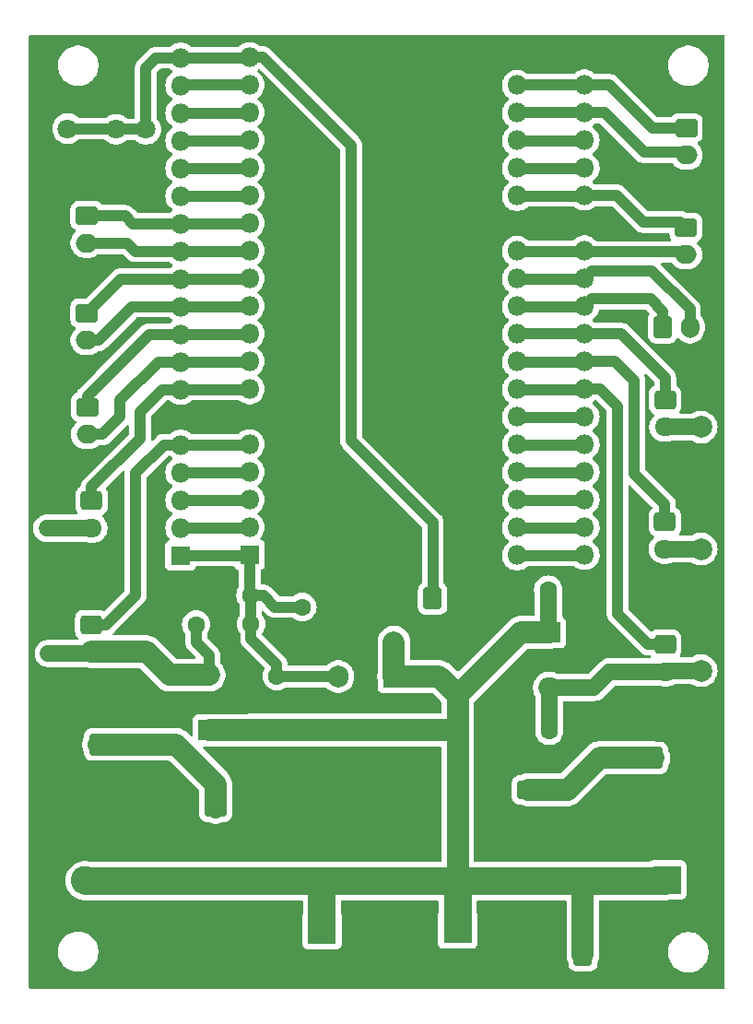
<source format=gbr>
%TF.GenerationSoftware,KiCad,Pcbnew,8.0.1*%
%TF.CreationDate,2025-03-07T15:45:43+02:00*%
%TF.ProjectId,robosoccer 3,726f626f-736f-4636-9365-7220332e6b69,rev?*%
%TF.SameCoordinates,Original*%
%TF.FileFunction,Copper,L2,Bot*%
%TF.FilePolarity,Positive*%
%FSLAX46Y46*%
G04 Gerber Fmt 4.6, Leading zero omitted, Abs format (unit mm)*
G04 Created by KiCad (PCBNEW 8.0.1) date 2025-03-07 15:45:43*
%MOMM*%
%LPD*%
G01*
G04 APERTURE LIST*
G04 Aperture macros list*
%AMRoundRect*
0 Rectangle with rounded corners*
0 $1 Rounding radius*
0 $2 $3 $4 $5 $6 $7 $8 $9 X,Y pos of 4 corners*
0 Add a 4 corners polygon primitive as box body*
4,1,4,$2,$3,$4,$5,$6,$7,$8,$9,$2,$3,0*
0 Add four circle primitives for the rounded corners*
1,1,$1+$1,$2,$3*
1,1,$1+$1,$4,$5*
1,1,$1+$1,$6,$7*
1,1,$1+$1,$8,$9*
0 Add four rect primitives between the rounded corners*
20,1,$1+$1,$2,$3,$4,$5,0*
20,1,$1+$1,$4,$5,$6,$7,0*
20,1,$1+$1,$6,$7,$8,$9,0*
20,1,$1+$1,$8,$9,$2,$3,0*%
G04 Aperture macros list end*
%TA.AperFunction,ComponentPad*%
%ADD10RoundRect,0.250000X-0.750000X0.600000X-0.750000X-0.600000X0.750000X-0.600000X0.750000X0.600000X0*%
%TD*%
%TA.AperFunction,ComponentPad*%
%ADD11O,2.000000X1.700000*%
%TD*%
%TA.AperFunction,ComponentPad*%
%ADD12C,1.600000*%
%TD*%
%TA.AperFunction,ComponentPad*%
%ADD13C,1.800000*%
%TD*%
%TA.AperFunction,ComponentPad*%
%ADD14RoundRect,0.250000X-0.600000X-0.750000X0.600000X-0.750000X0.600000X0.750000X-0.600000X0.750000X0*%
%TD*%
%TA.AperFunction,ComponentPad*%
%ADD15O,1.700000X2.000000*%
%TD*%
%TA.AperFunction,ComponentPad*%
%ADD16R,2.600000X2.600000*%
%TD*%
%TA.AperFunction,ComponentPad*%
%ADD17C,2.600000*%
%TD*%
%TA.AperFunction,ComponentPad*%
%ADD18R,1.800000X1.800000*%
%TD*%
%TA.AperFunction,ComponentPad*%
%ADD19O,1.800000X1.800000*%
%TD*%
%TA.AperFunction,ComponentPad*%
%ADD20R,1.800000X1.700000*%
%TD*%
%TA.AperFunction,ComponentPad*%
%ADD21RoundRect,0.250000X-0.725000X0.600000X-0.725000X-0.600000X0.725000X-0.600000X0.725000X0.600000X0*%
%TD*%
%TA.AperFunction,ComponentPad*%
%ADD22O,1.950000X1.700000*%
%TD*%
%TA.AperFunction,ComponentPad*%
%ADD23R,2.000000X1.905000*%
%TD*%
%TA.AperFunction,ComponentPad*%
%ADD24O,2.000000X1.905000*%
%TD*%
%TA.AperFunction,ComponentPad*%
%ADD25R,1.905000X2.000000*%
%TD*%
%TA.AperFunction,ComponentPad*%
%ADD26O,1.905000X2.000000*%
%TD*%
%TA.AperFunction,ComponentPad*%
%ADD27RoundRect,0.250000X0.600000X0.750000X-0.600000X0.750000X-0.600000X-0.750000X0.600000X-0.750000X0*%
%TD*%
%TA.AperFunction,ViaPad*%
%ADD28C,1.400000*%
%TD*%
%TA.AperFunction,ViaPad*%
%ADD29C,2.000000*%
%TD*%
%TA.AperFunction,Conductor*%
%ADD30C,1.000000*%
%TD*%
%TA.AperFunction,Conductor*%
%ADD31C,2.000000*%
%TD*%
%TA.AperFunction,Conductor*%
%ADD32C,2.500000*%
%TD*%
%TA.AperFunction,Conductor*%
%ADD33C,1.500000*%
%TD*%
G04 APERTURE END LIST*
D10*
%TO.P,J21,1,Pin_1*%
%TO.N,5v-d2*%
X89340000Y-151820000D03*
D11*
%TO.P,J21,2,Pin_2*%
%TO.N,GND*%
X89340000Y-154320000D03*
%TD*%
D12*
%TO.P,C7,1*%
%TO.N,12v*%
X105720000Y-136650000D03*
%TO.P,C7,2*%
%TO.N,GND*%
X103220000Y-136650000D03*
%TD*%
D13*
%TO.P,C9,1*%
%TO.N,3.3V*%
X82930000Y-89540000D03*
%TO.P,C9,2*%
%TO.N,GND*%
X82930000Y-92040000D03*
%TD*%
D12*
%TO.P,C1,1*%
%TO.N,12v*%
X92540000Y-144720000D03*
%TO.P,C1,2*%
%TO.N,GND*%
X92540000Y-142220000D03*
%TD*%
D14*
%TO.P,J7,1,Pin_1*%
%TO.N,5v-d1*%
X129580000Y-147290000D03*
D15*
%TO.P,J7,2,Pin_2*%
%TO.N,GND*%
X132080000Y-147290000D03*
%TD*%
D14*
%TO.P,J16,1,Pin_1*%
%TO.N,3.3V*%
X109270000Y-132620000D03*
D15*
%TO.P,J16,2,Pin_2*%
%TO.N,GND*%
X111770000Y-132620000D03*
%TD*%
D16*
%TO.P,J22,1,Pin_1*%
%TO.N,12v*%
X130800000Y-158490000D03*
D17*
%TO.P,J22,2,Pin_2*%
%TO.N,GND*%
X130800000Y-153490000D03*
%TD*%
D10*
%TO.P,J8,1,Pin_1*%
%TO.N,23*%
X132580000Y-89420000D03*
D11*
%TO.P,J8,2,Pin_2*%
%TO.N,22*%
X132580000Y-91920000D03*
%TD*%
D10*
%TO.P,J6,1,Pin_1*%
%TO.N,27*%
X77540000Y-115050000D03*
D11*
%TO.P,J6,2,Pin_2*%
%TO.N,14*%
X77540000Y-117550000D03*
%TD*%
D10*
%TO.P,J25,1,Pin_1*%
%TO.N,21*%
X132540000Y-98550000D03*
D11*
%TO.P,J25,2,Pin_2*%
%TO.N,19*%
X132540000Y-101050000D03*
%TD*%
D18*
%TO.P,J14,1,Pin_1*%
%TO.N,5v-ESP*%
X86120000Y-128680000D03*
D19*
%TO.P,J14,2,Pin_2*%
%TO.N,CMD*%
X86120000Y-126140000D03*
%TO.P,J14,3,Pin_3*%
%TO.N,SD3*%
X86120000Y-123600000D03*
%TO.P,J14,4,Pin_4*%
%TO.N,SD2*%
X86120000Y-121060000D03*
%TO.P,J14,5,Pin_5*%
%TO.N,13*%
X86120000Y-118520000D03*
%TO.P,J14,6,Pin_6*%
%TO.N,GND*%
X86120000Y-115980000D03*
%TO.P,J14,7,Pin_7*%
%TO.N,12*%
X86120000Y-113440000D03*
%TO.P,J14,8,Pin_8*%
%TO.N,14*%
X86120000Y-110900000D03*
%TO.P,J14,9,Pin_9*%
%TO.N,27*%
X86120000Y-108360000D03*
%TO.P,J14,10,Pin_10*%
%TO.N,26*%
X86120000Y-105820000D03*
%TO.P,J14,11,Pin_11*%
%TO.N,25*%
X86120000Y-103280000D03*
%TO.P,J14,12,Pin_12*%
%TO.N,33*%
X86120000Y-100740000D03*
%TO.P,J14,13,Pin_13*%
%TO.N,32*%
X86120000Y-98200000D03*
%TO.P,J14,14,Pin_14*%
%TO.N,35*%
X86120000Y-95660000D03*
%TO.P,J14,15,Pin_15*%
%TO.N,34*%
X86120000Y-93120000D03*
%TO.P,J14,16,Pin_16*%
%TO.N,39*%
X86120000Y-90580000D03*
%TO.P,J14,17,Pin_17*%
%TO.N,36*%
X86120000Y-88040000D03*
%TO.P,J14,18,Pin_18*%
%TO.N,EN*%
X86120000Y-85500000D03*
%TO.P,J14,19,Pin_19*%
%TO.N,3.3V*%
X86120000Y-82960000D03*
%TD*%
D20*
%TO.P,J1,1,Pin_1*%
%TO.N,GND*%
X117040000Y-82940000D03*
D19*
%TO.P,J1,2,Pin_2*%
%TO.N,23*%
X117040000Y-85480000D03*
%TO.P,J1,3,Pin_3*%
%TO.N,22*%
X117040000Y-88020000D03*
%TO.P,J1,4,Pin_4*%
%TO.N,TX*%
X117040000Y-90560000D03*
%TO.P,J1,5,Pin_5*%
%TO.N,RX*%
X117040000Y-93100000D03*
%TO.P,J1,6,Pin_6*%
%TO.N,21*%
X117040000Y-95640000D03*
%TO.P,J1,7,Pin_7*%
%TO.N,GND*%
X117040000Y-98180000D03*
%TO.P,J1,8,Pin_8*%
%TO.N,19*%
X117040000Y-100720000D03*
%TO.P,J1,9,Pin_9*%
%TO.N,18*%
X117040000Y-103260000D03*
%TO.P,J1,10,Pin_10*%
%TO.N,5*%
X117040000Y-105800000D03*
%TO.P,J1,11,Pin_11*%
%TO.N,17*%
X117040000Y-108340000D03*
%TO.P,J1,12,Pin_12*%
%TO.N,16*%
X117040000Y-110880000D03*
%TO.P,J1,13,Pin_13*%
%TO.N,4*%
X117040000Y-113420000D03*
%TO.P,J1,14,Pin_14*%
%TO.N,0*%
X117040000Y-115960000D03*
%TO.P,J1,15,Pin_15*%
%TO.N,2*%
X117040000Y-118500000D03*
%TO.P,J1,16,Pin_16*%
%TO.N,15*%
X117040000Y-121040000D03*
%TO.P,J1,17,Pin_17*%
%TO.N,SD1*%
X117040000Y-123580000D03*
%TO.P,J1,18,Pin_18*%
%TO.N,SD0*%
X117040000Y-126120000D03*
%TO.P,J1,19,Pin_19*%
%TO.N,CLK*%
X117040000Y-128660000D03*
%TD*%
D21*
%TO.P,J19,1,Pin_1*%
%TO.N,12*%
X77940000Y-123660000D03*
D22*
%TO.P,J19,2,Pin_2*%
%TO.N,5v-3 4*%
X77940000Y-126160000D03*
%TO.P,J19,3,Pin_3*%
%TO.N,GND*%
X77940000Y-128660000D03*
%TD*%
D12*
%TO.P,C2,1*%
%TO.N,5v-3 4*%
X87550000Y-135020000D03*
%TO.P,C2,2*%
%TO.N,GND*%
X85050000Y-135020000D03*
%TD*%
D23*
%TO.P,U3,1,IN*%
%TO.N,12v*%
X88750000Y-144750000D03*
D24*
%TO.P,U3,2,GND*%
%TO.N,GND*%
X88750000Y-142210000D03*
%TO.P,U3,3,OUT*%
%TO.N,5v-3 4*%
X88750000Y-139670000D03*
%TD*%
D14*
%TO.P,J9,1,Pin_1*%
%TO.N,5*%
X130410000Y-107700000D03*
D15*
%TO.P,J9,2,Pin_2*%
%TO.N,18*%
X132910000Y-107700000D03*
%TD*%
D21*
%TO.P,J12,1,Pin_1*%
%TO.N,13*%
X77900000Y-135020000D03*
D22*
%TO.P,J12,2,Pin_2*%
%TO.N,5v-3 4*%
X77900000Y-137520000D03*
%TO.P,J12,3,Pin_3*%
%TO.N,GND*%
X77900000Y-140020000D03*
%TD*%
D12*
%TO.P,C12,1*%
%TO.N,5v-ESP*%
X92590000Y-134990000D03*
%TO.P,C12,2*%
%TO.N,GND*%
X90090000Y-134990000D03*
%TD*%
%TO.P,C13,1*%
%TO.N,5v-ESP*%
X92540000Y-132340000D03*
%TO.P,C13,2*%
%TO.N,GND*%
X90040000Y-132340000D03*
%TD*%
D25*
%TO.P,U2,1,IN*%
%TO.N,12v*%
X105680000Y-139800000D03*
D26*
%TO.P,U2,2,GND*%
%TO.N,GND*%
X103140000Y-139800000D03*
%TO.P,U2,3,OUT*%
%TO.N,5v-ESP*%
X100600000Y-139800000D03*
%TD*%
D23*
%TO.P,U1,1,IN*%
%TO.N,12v*%
X119990000Y-135740000D03*
D24*
%TO.P,U1,2,GND*%
%TO.N,GND*%
X119990000Y-138280000D03*
%TO.P,U1,3,OUT*%
%TO.N,5v-1 2 5*%
X119990000Y-140820000D03*
%TD*%
D12*
%TO.P,C5,1*%
%TO.N,12v*%
X119890000Y-131830000D03*
%TO.P,C5,2*%
%TO.N,GND*%
X122390000Y-131830000D03*
%TD*%
%TO.P,C6,1*%
%TO.N,5v-1 2 5*%
X119990000Y-144800000D03*
%TO.P,C6,2*%
%TO.N,GND*%
X117490000Y-144800000D03*
%TD*%
D10*
%TO.P,J5,1,Pin_1*%
%TO.N,32*%
X77500000Y-97490000D03*
D11*
%TO.P,J5,2,Pin_2*%
%TO.N,33*%
X77500000Y-99990000D03*
%TD*%
D21*
%TO.P,J10,1,Pin_1*%
%TO.N,16*%
X130600000Y-125580000D03*
D22*
%TO.P,J10,2,Pin_2*%
%TO.N,5v-1 2 5*%
X130600000Y-128080000D03*
%TO.P,J10,3,Pin_3*%
%TO.N,GND*%
X130600000Y-130580000D03*
%TD*%
D10*
%TO.P,J15,1,Pin_1*%
%TO.N,5v-d1*%
X118050000Y-150190000D03*
D11*
%TO.P,J15,2,Pin_2*%
%TO.N,GND*%
X118050000Y-152690000D03*
%TD*%
D12*
%TO.P,C11,1*%
%TO.N,5v-ESP*%
X97310000Y-133410000D03*
%TO.P,C11,2*%
%TO.N,GND*%
X97310000Y-135910000D03*
%TD*%
D16*
%TO.P,J23,1,Pin_1*%
%TO.N,GND*%
X77340000Y-153550000D03*
D17*
%TO.P,J23,2,Pin_2*%
%TO.N,12v*%
X77340000Y-158550000D03*
%TD*%
D10*
%TO.P,J24,1,Pin_1*%
%TO.N,25*%
X77500000Y-106410000D03*
D11*
%TO.P,J24,2,Pin_2*%
%TO.N,26*%
X77500000Y-108910000D03*
%TD*%
D27*
%TO.P,J4,1,Pin_1*%
%TO.N,5v-d2*%
X78580000Y-146040000D03*
D15*
%TO.P,J4,2,Pin_2*%
%TO.N,GND*%
X76080000Y-146040000D03*
%TD*%
D13*
%TO.P,C4,1*%
%TO.N,3.3V*%
X80200000Y-89530000D03*
%TO.P,C4,2*%
%TO.N,GND*%
X80200000Y-92030000D03*
%TD*%
D14*
%TO.P,J26,1,Pin_1*%
%TO.N,GND*%
X99380000Y-150660000D03*
D15*
%TO.P,J26,2,Pin_2*%
X101880000Y-150660000D03*
%TD*%
D18*
%TO.P,J13,1,Pin_1*%
%TO.N,GND*%
X123220000Y-82900000D03*
D19*
%TO.P,J13,2,Pin_2*%
%TO.N,23*%
X123220000Y-85440000D03*
%TO.P,J13,3,Pin_3*%
%TO.N,22*%
X123220000Y-87980000D03*
%TO.P,J13,4,Pin_4*%
%TO.N,TX*%
X123220000Y-90520000D03*
%TO.P,J13,5,Pin_5*%
%TO.N,RX*%
X123220000Y-93060000D03*
%TO.P,J13,6,Pin_6*%
%TO.N,21*%
X123220000Y-95600000D03*
%TO.P,J13,7,Pin_7*%
%TO.N,GND*%
X123220000Y-98140000D03*
%TO.P,J13,8,Pin_8*%
%TO.N,19*%
X123220000Y-100680000D03*
%TO.P,J13,9,Pin_9*%
%TO.N,18*%
X123220000Y-103220000D03*
%TO.P,J13,10,Pin_10*%
%TO.N,5*%
X123220000Y-105760000D03*
%TO.P,J13,11,Pin_11*%
%TO.N,17*%
X123220000Y-108300000D03*
%TO.P,J13,12,Pin_12*%
%TO.N,16*%
X123220000Y-110840000D03*
%TO.P,J13,13,Pin_13*%
%TO.N,4*%
X123220000Y-113380000D03*
%TO.P,J13,14,Pin_14*%
%TO.N,0*%
X123220000Y-115920000D03*
%TO.P,J13,15,Pin_15*%
%TO.N,2*%
X123220000Y-118460000D03*
%TO.P,J13,16,Pin_16*%
%TO.N,15*%
X123220000Y-121000000D03*
%TO.P,J13,17,Pin_17*%
%TO.N,SD1*%
X123220000Y-123540000D03*
%TO.P,J13,18,Pin_18*%
%TO.N,SD0*%
X123220000Y-126080000D03*
%TO.P,J13,19,Pin_19*%
%TO.N,CLK*%
X123220000Y-128620000D03*
%TD*%
D12*
%TO.P,C8,1*%
%TO.N,5v-ESP*%
X94960000Y-139770000D03*
%TO.P,C8,2*%
%TO.N,GND*%
X92460000Y-139770000D03*
%TD*%
D21*
%TO.P,J20,1,Pin_1*%
%TO.N,17*%
X130640000Y-114380000D03*
D22*
%TO.P,J20,2,Pin_2*%
%TO.N,5v-1 2 5*%
X130640000Y-116880000D03*
%TO.P,J20,3,Pin_3*%
%TO.N,GND*%
X130640000Y-119380000D03*
%TD*%
D16*
%TO.P,J3,1,Pin_1*%
%TO.N,12v*%
X111580000Y-163015000D03*
D17*
%TO.P,J3,2,Pin_2*%
%TO.N,GND*%
X116580000Y-163015000D03*
%TD*%
D16*
%TO.P,J18,1,Pin_1*%
%TO.N,12v*%
X99110000Y-163055000D03*
D17*
%TO.P,J18,2,Pin_2*%
%TO.N,GND*%
X104110000Y-163055000D03*
%TD*%
D18*
%TO.P,J2,1,Pin_1*%
%TO.N,5v-ESP*%
X92450000Y-128630000D03*
D19*
%TO.P,J2,2,Pin_2*%
%TO.N,CMD*%
X92450000Y-126090000D03*
%TO.P,J2,3,Pin_3*%
%TO.N,SD3*%
X92450000Y-123550000D03*
%TO.P,J2,4,Pin_4*%
%TO.N,SD2*%
X92450000Y-121010000D03*
%TO.P,J2,5,Pin_5*%
%TO.N,13*%
X92450000Y-118470000D03*
%TO.P,J2,6,Pin_6*%
%TO.N,GND*%
X92450000Y-115930000D03*
%TO.P,J2,7,Pin_7*%
%TO.N,12*%
X92450000Y-113390000D03*
%TO.P,J2,8,Pin_8*%
%TO.N,14*%
X92450000Y-110850000D03*
%TO.P,J2,9,Pin_9*%
%TO.N,27*%
X92450000Y-108310000D03*
%TO.P,J2,10,Pin_10*%
%TO.N,26*%
X92450000Y-105770000D03*
%TO.P,J2,11,Pin_11*%
%TO.N,25*%
X92450000Y-103230000D03*
%TO.P,J2,12,Pin_12*%
%TO.N,33*%
X92450000Y-100690000D03*
%TO.P,J2,13,Pin_13*%
%TO.N,32*%
X92450000Y-98150000D03*
%TO.P,J2,14,Pin_14*%
%TO.N,35*%
X92450000Y-95610000D03*
%TO.P,J2,15,Pin_15*%
%TO.N,34*%
X92450000Y-93070000D03*
%TO.P,J2,16,Pin_16*%
%TO.N,39*%
X92450000Y-90530000D03*
%TO.P,J2,17,Pin_17*%
%TO.N,36*%
X92450000Y-87990000D03*
%TO.P,J2,18,Pin_18*%
%TO.N,EN*%
X92450000Y-85450000D03*
%TO.P,J2,19,Pin_19*%
%TO.N,3.3V*%
X92450000Y-82910000D03*
%TD*%
D14*
%TO.P,J17,1,Pin_1*%
%TO.N,12v*%
X123080000Y-165370000D03*
D15*
%TO.P,J17,2,Pin_2*%
%TO.N,GND*%
X125580000Y-165370000D03*
%TD*%
D21*
%TO.P,J11,1,Pin_1*%
%TO.N,4*%
X130640000Y-136860000D03*
D22*
%TO.P,J11,2,Pin_2*%
%TO.N,5v-1 2 5*%
X130640000Y-139360000D03*
%TO.P,J11,3,Pin_3*%
%TO.N,GND*%
X130640000Y-141860000D03*
%TD*%
D13*
%TO.P,C10,1*%
%TO.N,3.3V*%
X75750000Y-89470000D03*
%TO.P,C10,2*%
%TO.N,GND*%
X75750000Y-91970000D03*
%TD*%
D28*
%TO.N,5v-3 4*%
X73960000Y-137690000D03*
X73840000Y-126180000D03*
D29*
%TO.N,5v-1 2 5*%
X133940000Y-139260000D03*
X133940000Y-116890000D03*
X133940000Y-128090000D03*
%TD*%
D30*
%TO.N,GND*%
X92430000Y-115950000D02*
X86150000Y-115950000D01*
X117260000Y-82950000D02*
X123170000Y-82950000D01*
X92450000Y-115930000D02*
X92430000Y-115950000D01*
X123170000Y-98190000D02*
X123220000Y-98140000D01*
X123170000Y-82950000D02*
X123220000Y-82900000D01*
X117040000Y-98180000D02*
X117050000Y-98190000D01*
X117050000Y-98190000D02*
X123170000Y-98190000D01*
X86150000Y-115950000D02*
X86120000Y-115980000D01*
D31*
%TO.N,12v*%
X111580000Y-144720000D02*
X111580000Y-159970000D01*
D32*
X99200000Y-158610000D02*
X77400000Y-158610000D01*
D31*
X109870000Y-139800000D02*
X111580000Y-141510000D01*
X117350000Y-135740000D02*
X119990000Y-135740000D01*
X105720000Y-136650000D02*
X105720000Y-139760000D01*
X92510000Y-144750000D02*
X92540000Y-144720000D01*
X123080000Y-158730000D02*
X123080000Y-165370000D01*
X123200000Y-158610000D02*
X123080000Y-158730000D01*
D32*
X111580000Y-159970000D02*
X111580000Y-158670000D01*
X130680000Y-158610000D02*
X111520000Y-158610000D01*
X77400000Y-158610000D02*
X77340000Y-158550000D01*
D33*
X119890000Y-131830000D02*
X119890000Y-135640000D01*
D31*
X111580000Y-141510000D02*
X117350000Y-135740000D01*
D32*
X99110000Y-158700000D02*
X99200000Y-158610000D01*
D31*
X88750000Y-144750000D02*
X92510000Y-144750000D01*
D33*
X119890000Y-135640000D02*
X119990000Y-135740000D01*
D32*
X111580000Y-163015000D02*
X111580000Y-159970000D01*
D31*
X105720000Y-139760000D02*
X105680000Y-139800000D01*
X92540000Y-144720000D02*
X111580000Y-144720000D01*
D32*
X111520000Y-158610000D02*
X99200000Y-158610000D01*
X130800000Y-158490000D02*
X130680000Y-158610000D01*
D31*
X111580000Y-141510000D02*
X111580000Y-144720000D01*
D30*
X119800000Y-135550000D02*
X119990000Y-135740000D01*
D31*
X105680000Y-139800000D02*
X109870000Y-139800000D01*
D32*
X111580000Y-158670000D02*
X111520000Y-158610000D01*
X99110000Y-163055000D02*
X99110000Y-158700000D01*
D30*
%TO.N,3.3V*%
X93700000Y-82910000D02*
X101790000Y-91000000D01*
X92450000Y-82910000D02*
X93700000Y-82910000D01*
X101790000Y-91000000D02*
X101790000Y-118160000D01*
X86120000Y-82960000D02*
X83870000Y-82960000D01*
X83870000Y-82960000D02*
X82930000Y-83900000D01*
X82930000Y-83900000D02*
X82930000Y-89540000D01*
X92400000Y-82960000D02*
X92450000Y-82910000D01*
X80140000Y-89470000D02*
X75750000Y-89470000D01*
X86120000Y-82960000D02*
X92400000Y-82960000D01*
X109290000Y-132600000D02*
X109270000Y-132620000D01*
X82930000Y-89540000D02*
X80210000Y-89540000D01*
X80200000Y-89530000D02*
X80140000Y-89470000D01*
X109290000Y-125660000D02*
X109290000Y-132600000D01*
X101790000Y-118160000D02*
X109290000Y-125660000D01*
X80210000Y-89540000D02*
X80200000Y-89530000D01*
%TO.N,18*%
X117040000Y-103260000D02*
X117050000Y-103270000D01*
X117050000Y-103270000D02*
X123170000Y-103270000D01*
X132910000Y-107700000D02*
X132910000Y-106039570D01*
X129400430Y-102530000D02*
X123910000Y-102530000D01*
X123170000Y-103270000D02*
X123220000Y-103220000D01*
X123910000Y-102530000D02*
X123220000Y-103220000D01*
X132910000Y-106039570D02*
X129400430Y-102530000D01*
%TO.N,2*%
X123170000Y-118510000D02*
X123220000Y-118460000D01*
X117040000Y-118500000D02*
X117050000Y-118510000D01*
X117050000Y-118510000D02*
X123170000Y-118510000D01*
%TO.N,RX*%
X117050000Y-93110000D02*
X123170000Y-93110000D01*
X117040000Y-93100000D02*
X117050000Y-93110000D01*
X123170000Y-93110000D02*
X123220000Y-93060000D01*
%TO.N,21*%
X117040000Y-95640000D02*
X117050000Y-95650000D01*
X128620000Y-98040000D02*
X126180000Y-95600000D01*
X132030000Y-98040000D02*
X128620000Y-98040000D01*
X126180000Y-95600000D02*
X123220000Y-95600000D01*
X123170000Y-95650000D02*
X123220000Y-95600000D01*
X117050000Y-95650000D02*
X123170000Y-95650000D01*
X132540000Y-98550000D02*
X132030000Y-98040000D01*
%TO.N,TX*%
X117050000Y-90570000D02*
X123170000Y-90570000D01*
X123170000Y-90570000D02*
X123220000Y-90520000D01*
X117040000Y-90560000D02*
X117050000Y-90570000D01*
%TO.N,SD1*%
X117260000Y-123590000D02*
X123170000Y-123590000D01*
X123170000Y-123590000D02*
X123220000Y-123540000D01*
%TO.N,0*%
X117050000Y-115970000D02*
X123170000Y-115970000D01*
X117040000Y-115960000D02*
X117050000Y-115970000D01*
X123170000Y-115970000D02*
X123220000Y-115920000D01*
%TO.N,SD0*%
X117040000Y-126120000D02*
X117050000Y-126130000D01*
X123170000Y-126130000D02*
X123220000Y-126080000D01*
X117050000Y-126130000D02*
X123170000Y-126130000D01*
%TO.N,22*%
X117080000Y-87980000D02*
X117040000Y-88020000D01*
X123220000Y-87980000D02*
X125050000Y-87980000D01*
X117040000Y-88020000D02*
X117050000Y-88030000D01*
X125050000Y-87980000D02*
X128700000Y-91630000D01*
X117050000Y-88030000D02*
X117260000Y-88030000D01*
X123220000Y-87980000D02*
X117080000Y-87980000D01*
X132290000Y-91630000D02*
X132580000Y-91920000D01*
X128700000Y-91630000D02*
X132290000Y-91630000D01*
%TO.N,4*%
X129090000Y-136860000D02*
X126270000Y-134040000D01*
X123170000Y-113430000D02*
X123220000Y-113380000D01*
X126270000Y-114990000D02*
X124660000Y-113380000D01*
X130640000Y-136860000D02*
X129090000Y-136860000D01*
X124660000Y-113380000D02*
X123220000Y-113380000D01*
X117050000Y-113430000D02*
X123170000Y-113430000D01*
X126270000Y-134040000D02*
X126270000Y-114990000D01*
X117040000Y-113420000D02*
X117050000Y-113430000D01*
%TO.N,15*%
X123170000Y-121050000D02*
X123220000Y-121000000D01*
X117040000Y-121040000D02*
X117050000Y-121050000D01*
X117050000Y-121050000D02*
X123170000Y-121050000D01*
%TO.N,5*%
X130410000Y-107700000D02*
X130410000Y-106240000D01*
X117040000Y-105800000D02*
X117050000Y-105810000D01*
X129280000Y-105110000D02*
X123870000Y-105110000D01*
X123870000Y-105110000D02*
X123220000Y-105760000D01*
X117050000Y-105810000D02*
X123170000Y-105810000D01*
X123170000Y-105810000D02*
X123220000Y-105760000D01*
X130410000Y-106240000D02*
X129280000Y-105110000D01*
%TO.N,17*%
X126590000Y-108300000D02*
X123220000Y-108300000D01*
X130640000Y-112350000D02*
X126590000Y-108300000D01*
X117040000Y-108340000D02*
X117050000Y-108350000D01*
X117050000Y-108350000D02*
X117260000Y-108350000D01*
X130640000Y-114380000D02*
X130640000Y-112350000D01*
X123220000Y-108300000D02*
X117080000Y-108300000D01*
X117080000Y-108300000D02*
X117040000Y-108340000D01*
%TO.N,CLK*%
X117040000Y-128660000D02*
X117050000Y-128670000D01*
X123170000Y-128670000D02*
X123220000Y-128620000D01*
X117050000Y-128670000D02*
X123170000Y-128670000D01*
%TO.N,19*%
X117040000Y-100720000D02*
X117050000Y-100730000D01*
X123170000Y-100730000D02*
X123220000Y-100680000D01*
X117050000Y-100730000D02*
X123170000Y-100730000D01*
X132290000Y-100800000D02*
X132540000Y-101050000D01*
X123340000Y-100800000D02*
X132290000Y-100800000D01*
X123220000Y-100680000D02*
X123340000Y-100800000D01*
%TO.N,16*%
X123170000Y-110890000D02*
X123220000Y-110840000D01*
X117050000Y-110890000D02*
X123170000Y-110890000D01*
X130600000Y-125580000D02*
X130600000Y-123960000D01*
X127820000Y-121180000D02*
X127820000Y-112630000D01*
X130600000Y-123960000D02*
X127820000Y-121180000D01*
X127820000Y-112630000D02*
X126030000Y-110840000D01*
X117040000Y-110880000D02*
X117050000Y-110890000D01*
X126030000Y-110840000D02*
X123220000Y-110840000D01*
%TO.N,14*%
X84100000Y-110900000D02*
X80570000Y-114430000D01*
X80570000Y-115930000D02*
X78950000Y-117550000D01*
X86120000Y-110900000D02*
X84100000Y-110900000D01*
X80570000Y-114430000D02*
X80570000Y-115930000D01*
X92190000Y-110900000D02*
X92160000Y-110870000D01*
X78950000Y-117550000D02*
X77540000Y-117550000D01*
X86120000Y-110900000D02*
X92190000Y-110900000D01*
%TO.N,SD2*%
X92190000Y-121060000D02*
X92160000Y-121030000D01*
X86120000Y-121060000D02*
X92190000Y-121060000D01*
%TO.N,26*%
X78570000Y-108910000D02*
X77500000Y-108910000D01*
X92190000Y-105820000D02*
X92160000Y-105790000D01*
X81660000Y-105820000D02*
X78570000Y-108910000D01*
X86120000Y-105820000D02*
X81660000Y-105820000D01*
X86120000Y-105820000D02*
X92190000Y-105820000D01*
%TO.N,33*%
X86120000Y-100740000D02*
X92190000Y-100740000D01*
X92190000Y-100740000D02*
X92160000Y-100710000D01*
X81980000Y-100740000D02*
X81230000Y-99990000D01*
X86120000Y-100740000D02*
X81980000Y-100740000D01*
X81230000Y-99990000D02*
X77500000Y-99990000D01*
%TO.N,32*%
X86120000Y-98200000D02*
X92190000Y-98200000D01*
X81730000Y-98200000D02*
X81020000Y-97490000D01*
X81020000Y-97490000D02*
X77500000Y-97490000D01*
X92190000Y-98200000D02*
X92160000Y-98170000D01*
X86120000Y-98200000D02*
X81730000Y-98200000D01*
%TO.N,CMD*%
X86120000Y-126140000D02*
X92190000Y-126140000D01*
X92190000Y-126140000D02*
X92160000Y-126110000D01*
%TO.N,25*%
X77500000Y-106410000D02*
X80630000Y-103280000D01*
X86120000Y-103280000D02*
X92190000Y-103280000D01*
X92190000Y-103280000D02*
X92160000Y-103250000D01*
X80630000Y-103280000D02*
X86120000Y-103280000D01*
%TO.N,13*%
X84580000Y-118520000D02*
X86120000Y-118520000D01*
X82000000Y-121100000D02*
X84580000Y-118520000D01*
X79300000Y-135020000D02*
X82000000Y-132320000D01*
X77900000Y-135020000D02*
X79300000Y-135020000D01*
X86120000Y-118520000D02*
X92190000Y-118520000D01*
X82000000Y-132320000D02*
X82000000Y-121100000D01*
X92190000Y-118520000D02*
X92160000Y-118490000D01*
%TO.N,27*%
X92190000Y-108360000D02*
X92160000Y-108330000D01*
X83240000Y-108360000D02*
X77540000Y-114060000D01*
X86120000Y-108360000D02*
X83240000Y-108360000D01*
X77540000Y-114060000D02*
X77540000Y-115050000D01*
X86120000Y-108360000D02*
X92190000Y-108360000D01*
%TO.N,35*%
X86120000Y-95660000D02*
X92190000Y-95660000D01*
X92190000Y-95660000D02*
X92160000Y-95630000D01*
%TO.N,39*%
X92190000Y-90580000D02*
X92160000Y-90550000D01*
X86120000Y-90580000D02*
X92190000Y-90580000D01*
%TO.N,EN*%
X92450000Y-85450000D02*
X92430000Y-85470000D01*
X92430000Y-85470000D02*
X86150000Y-85470000D01*
X86150000Y-85470000D02*
X86120000Y-85500000D01*
%TO.N,34*%
X92190000Y-93120000D02*
X92160000Y-93090000D01*
X86120000Y-93120000D02*
X92190000Y-93120000D01*
%TO.N,12*%
X84440000Y-113440000D02*
X86120000Y-113440000D01*
X82380000Y-115500000D02*
X84440000Y-113440000D01*
X77940000Y-123660000D02*
X77940000Y-122370000D01*
X77940000Y-122370000D02*
X82380000Y-117930000D01*
X86120000Y-113440000D02*
X92190000Y-113440000D01*
X82380000Y-117930000D02*
X82380000Y-115500000D01*
X92190000Y-113440000D02*
X92160000Y-113410000D01*
%TO.N,36*%
X86120000Y-88040000D02*
X92190000Y-88040000D01*
X92190000Y-88040000D02*
X92160000Y-88010000D01*
%TO.N,SD3*%
X92190000Y-123600000D02*
X92160000Y-123570000D01*
X86120000Y-123600000D02*
X92190000Y-123600000D01*
%TO.N,23*%
X117040000Y-85480000D02*
X117050000Y-85490000D01*
X123220000Y-85440000D02*
X117080000Y-85440000D01*
X117080000Y-85440000D02*
X117040000Y-85480000D01*
X117050000Y-85490000D02*
X117260000Y-85490000D01*
X125490000Y-85440000D02*
X123220000Y-85440000D01*
X129450000Y-89400000D02*
X125490000Y-85440000D01*
X130410000Y-89400000D02*
X129450000Y-89400000D01*
X130430000Y-89420000D02*
X130410000Y-89400000D01*
X132580000Y-89420000D02*
X130430000Y-89420000D01*
%TO.N,5v-ESP*%
X92560000Y-132360000D02*
X92540000Y-132340000D01*
X93720000Y-132340000D02*
X94790000Y-133410000D01*
X86120000Y-128680000D02*
X92400000Y-128680000D01*
X92190000Y-128680000D02*
X92160000Y-128650000D01*
X94790000Y-133410000D02*
X97310000Y-133410000D01*
X92590000Y-136340000D02*
X92590000Y-134990000D01*
X92450000Y-132250000D02*
X92540000Y-132340000D01*
X94990000Y-139800000D02*
X94960000Y-139770000D01*
X94960000Y-139770000D02*
X94960000Y-138710000D01*
X100600000Y-139800000D02*
X94990000Y-139800000D01*
X92540000Y-132340000D02*
X92540000Y-134940000D01*
X92400000Y-128680000D02*
X92450000Y-128630000D01*
X92540000Y-132340000D02*
X93720000Y-132340000D01*
X100540000Y-139860000D02*
X100600000Y-139800000D01*
X92540000Y-134940000D02*
X92590000Y-134990000D01*
X92450000Y-128630000D02*
X92450000Y-132250000D01*
X94960000Y-138710000D02*
X92590000Y-136340000D01*
D31*
%TO.N,5v-3 4*%
X82970000Y-137520000D02*
X77900000Y-137520000D01*
D33*
X73960000Y-137690000D02*
X77730000Y-137690000D01*
D31*
X85120000Y-139670000D02*
X88750000Y-139670000D01*
X85120000Y-139670000D02*
X82970000Y-137520000D01*
D30*
X87550000Y-136640000D02*
X88750000Y-137840000D01*
D33*
X77940000Y-126160000D02*
X73860000Y-126160000D01*
X73860000Y-126160000D02*
X73840000Y-126180000D01*
X77730000Y-137690000D02*
X77900000Y-137520000D01*
D30*
X88750000Y-137840000D02*
X88750000Y-139670000D01*
X87550000Y-135020000D02*
X87550000Y-136640000D01*
D33*
%TO.N,5v-1 2 5*%
X130740000Y-139260000D02*
X130640000Y-139360000D01*
X133930000Y-116880000D02*
X133940000Y-116890000D01*
X124060000Y-140820000D02*
X125520000Y-139360000D01*
X130600000Y-128080000D02*
X133930000Y-128080000D01*
X119990000Y-140820000D02*
X124060000Y-140820000D01*
X119990000Y-140820000D02*
X119990000Y-144800000D01*
X125520000Y-139360000D02*
X130640000Y-139360000D01*
X133930000Y-128080000D02*
X133940000Y-128090000D01*
X133940000Y-139260000D02*
X130740000Y-139260000D01*
X130640000Y-116880000D02*
X133930000Y-116880000D01*
D31*
%TO.N,5v-d1*%
X118070000Y-150210000D02*
X121650000Y-150210000D01*
X129530000Y-147240000D02*
X129580000Y-147290000D01*
X121650000Y-150210000D02*
X124620000Y-147240000D01*
X124620000Y-147240000D02*
X129530000Y-147240000D01*
X118050000Y-150190000D02*
X118070000Y-150210000D01*
%TO.N,5v-d2*%
X78580000Y-146040000D02*
X85710000Y-146040000D01*
X89340000Y-149670000D02*
X89340000Y-151820000D01*
X85710000Y-146040000D02*
X89340000Y-149670000D01*
%TD*%
%TA.AperFunction,Conductor*%
%TO.N,GND*%
G36*
X136052539Y-80870185D02*
G01*
X136098294Y-80922989D01*
X136109500Y-80974500D01*
X136109500Y-168355500D01*
X136089815Y-168422539D01*
X136037011Y-168468294D01*
X135985500Y-168479500D01*
X72304500Y-168479500D01*
X72237461Y-168459815D01*
X72191706Y-168407011D01*
X72180500Y-168355500D01*
X72180500Y-165201288D01*
X74869500Y-165201288D01*
X74901161Y-165441785D01*
X74963947Y-165676104D01*
X74984658Y-165726104D01*
X75056776Y-165900212D01*
X75178064Y-166110289D01*
X75178066Y-166110292D01*
X75178067Y-166110293D01*
X75325733Y-166302736D01*
X75325739Y-166302743D01*
X75497256Y-166474260D01*
X75497262Y-166474265D01*
X75689711Y-166621936D01*
X75899788Y-166743224D01*
X76123900Y-166836054D01*
X76358211Y-166898838D01*
X76538586Y-166922584D01*
X76598711Y-166930500D01*
X76598712Y-166930500D01*
X76841289Y-166930500D01*
X76889388Y-166924167D01*
X77081789Y-166898838D01*
X77316100Y-166836054D01*
X77540212Y-166743224D01*
X77750289Y-166621936D01*
X77942738Y-166474265D01*
X78114265Y-166302738D01*
X78261936Y-166110289D01*
X78383224Y-165900212D01*
X78476054Y-165676100D01*
X78538838Y-165441789D01*
X78570500Y-165201288D01*
X78570500Y-164958712D01*
X78538838Y-164718211D01*
X78476054Y-164483900D01*
X78383224Y-164259788D01*
X78261936Y-164049711D01*
X78114265Y-163857262D01*
X78114260Y-163857256D01*
X77942743Y-163685739D01*
X77942736Y-163685733D01*
X77750293Y-163538067D01*
X77750292Y-163538066D01*
X77750289Y-163538064D01*
X77540212Y-163416776D01*
X77540205Y-163416773D01*
X77316104Y-163323947D01*
X77081785Y-163261161D01*
X76841289Y-163229500D01*
X76841288Y-163229500D01*
X76598712Y-163229500D01*
X76598711Y-163229500D01*
X76358214Y-163261161D01*
X76123895Y-163323947D01*
X75899794Y-163416773D01*
X75899785Y-163416777D01*
X75689706Y-163538067D01*
X75497263Y-163685733D01*
X75497256Y-163685739D01*
X75325739Y-163857256D01*
X75325733Y-163857263D01*
X75178067Y-164049706D01*
X75056777Y-164259785D01*
X75056773Y-164259794D01*
X74963947Y-164483895D01*
X74901161Y-164718214D01*
X74869500Y-164958711D01*
X74869500Y-165201288D01*
X72180500Y-165201288D01*
X72180500Y-158550004D01*
X75534451Y-158550004D01*
X75554616Y-158819101D01*
X75614664Y-159082188D01*
X75614666Y-159082195D01*
X75713257Y-159333398D01*
X75848185Y-159567102D01*
X75984080Y-159737509D01*
X76016442Y-159778089D01*
X76203183Y-159951358D01*
X76214259Y-159961635D01*
X76437226Y-160113651D01*
X76680359Y-160230738D01*
X76938228Y-160310280D01*
X77031655Y-160324361D01*
X77045265Y-160327200D01*
X77057761Y-160330549D01*
X77174711Y-160345944D01*
X77176899Y-160346253D01*
X77205071Y-160350500D01*
X77205087Y-160350500D01*
X77209703Y-160350847D01*
X77209687Y-160351057D01*
X77217366Y-160351561D01*
X77285265Y-160360500D01*
X77285266Y-160360500D01*
X77514734Y-160360500D01*
X97235500Y-160360500D01*
X97302539Y-160380185D01*
X97348294Y-160432989D01*
X97359500Y-160484500D01*
X97359500Y-161508271D01*
X97351682Y-161551604D01*
X97315908Y-161647517D01*
X97309501Y-161707116D01*
X97309501Y-161707123D01*
X97309500Y-161707135D01*
X97309500Y-164402870D01*
X97309501Y-164402876D01*
X97315908Y-164462483D01*
X97366202Y-164597328D01*
X97366206Y-164597335D01*
X97452452Y-164712544D01*
X97452455Y-164712547D01*
X97567664Y-164798793D01*
X97567671Y-164798797D01*
X97702517Y-164849091D01*
X97702516Y-164849091D01*
X97709444Y-164849835D01*
X97762127Y-164855500D01*
X100457872Y-164855499D01*
X100517483Y-164849091D01*
X100652331Y-164798796D01*
X100767546Y-164712546D01*
X100853796Y-164597331D01*
X100904091Y-164462483D01*
X100910500Y-164402873D01*
X100910499Y-161707128D01*
X100904091Y-161647517D01*
X100868318Y-161551604D01*
X100860500Y-161508271D01*
X100860500Y-160484500D01*
X100880185Y-160417461D01*
X100932989Y-160371706D01*
X100984500Y-160360500D01*
X109705500Y-160360500D01*
X109772539Y-160380185D01*
X109818294Y-160432989D01*
X109829500Y-160484500D01*
X109829500Y-161468271D01*
X109821682Y-161511604D01*
X109785908Y-161607517D01*
X109781608Y-161647516D01*
X109779501Y-161667123D01*
X109779500Y-161667135D01*
X109779500Y-164362870D01*
X109779501Y-164362876D01*
X109785908Y-164422483D01*
X109836202Y-164557328D01*
X109836206Y-164557335D01*
X109922452Y-164672544D01*
X109922455Y-164672547D01*
X110037664Y-164758793D01*
X110037671Y-164758797D01*
X110172517Y-164809091D01*
X110172516Y-164809091D01*
X110179444Y-164809835D01*
X110232127Y-164815500D01*
X112927872Y-164815499D01*
X112987483Y-164809091D01*
X113122331Y-164758796D01*
X113237546Y-164672546D01*
X113323796Y-164557331D01*
X113374091Y-164422483D01*
X113380500Y-164362873D01*
X113380499Y-161667128D01*
X113374091Y-161607517D01*
X113338318Y-161511604D01*
X113330500Y-161468271D01*
X113330500Y-160484500D01*
X113350185Y-160417461D01*
X113402989Y-160371706D01*
X113454500Y-160360500D01*
X121455500Y-160360500D01*
X121522539Y-160380185D01*
X121568294Y-160432989D01*
X121579500Y-160484500D01*
X121579500Y-165488097D01*
X121616447Y-165721369D01*
X121616447Y-165721372D01*
X121689430Y-165945988D01*
X121689430Y-165945989D01*
X121715985Y-165998106D01*
X121729500Y-166054399D01*
X121729500Y-166170000D01*
X121729501Y-166170019D01*
X121740000Y-166272796D01*
X121740001Y-166272799D01*
X121795185Y-166439331D01*
X121795186Y-166439334D01*
X121887288Y-166588656D01*
X122011344Y-166712712D01*
X122160666Y-166804814D01*
X122327203Y-166859999D01*
X122429991Y-166870500D01*
X122951905Y-166870499D01*
X122951919Y-166870500D01*
X122961908Y-166870500D01*
X123208082Y-166870500D01*
X123208094Y-166870499D01*
X123730002Y-166870499D01*
X123730008Y-166870499D01*
X123832797Y-166859999D01*
X123999334Y-166804814D01*
X124148656Y-166712712D01*
X124272712Y-166588656D01*
X124364814Y-166439334D01*
X124419999Y-166272797D01*
X124430500Y-166170009D01*
X124430499Y-166054399D01*
X124444014Y-165998105D01*
X124470568Y-165945992D01*
X124543553Y-165721368D01*
X124550723Y-165676100D01*
X124580500Y-165488097D01*
X124580500Y-165251288D01*
X130919500Y-165251288D01*
X130951161Y-165491785D01*
X131013947Y-165726104D01*
X131086062Y-165900205D01*
X131106776Y-165950212D01*
X131228064Y-166160289D01*
X131228066Y-166160292D01*
X131228067Y-166160293D01*
X131375733Y-166352736D01*
X131375739Y-166352743D01*
X131547256Y-166524260D01*
X131547262Y-166524265D01*
X131739711Y-166671936D01*
X131949788Y-166793224D01*
X132173900Y-166886054D01*
X132408211Y-166948838D01*
X132588586Y-166972584D01*
X132648711Y-166980500D01*
X132648712Y-166980500D01*
X132891289Y-166980500D01*
X132939388Y-166974167D01*
X133131789Y-166948838D01*
X133366100Y-166886054D01*
X133590212Y-166793224D01*
X133800289Y-166671936D01*
X133992738Y-166524265D01*
X134164265Y-166352738D01*
X134311936Y-166160289D01*
X134433224Y-165950212D01*
X134526054Y-165726100D01*
X134588838Y-165491789D01*
X134620500Y-165251288D01*
X134620500Y-165008712D01*
X134613917Y-164958712D01*
X134612584Y-164948586D01*
X134588838Y-164768211D01*
X134526054Y-164533900D01*
X134433224Y-164309788D01*
X134311936Y-164099711D01*
X134164265Y-163907262D01*
X134164260Y-163907256D01*
X133992743Y-163735739D01*
X133992736Y-163735733D01*
X133800293Y-163588067D01*
X133800292Y-163588066D01*
X133800289Y-163588064D01*
X133590212Y-163466776D01*
X133590205Y-163466773D01*
X133366104Y-163373947D01*
X133131785Y-163311161D01*
X132891289Y-163279500D01*
X132891288Y-163279500D01*
X132648712Y-163279500D01*
X132648711Y-163279500D01*
X132408214Y-163311161D01*
X132173895Y-163373947D01*
X131949794Y-163466773D01*
X131949785Y-163466777D01*
X131739706Y-163588067D01*
X131547263Y-163735733D01*
X131547256Y-163735739D01*
X131375739Y-163907256D01*
X131375733Y-163907263D01*
X131228067Y-164099706D01*
X131106777Y-164309785D01*
X131106773Y-164309794D01*
X131013947Y-164533895D01*
X130951161Y-164768214D01*
X130919500Y-165008711D01*
X130919500Y-165251288D01*
X124580500Y-165251288D01*
X124580500Y-160484500D01*
X124600185Y-160417461D01*
X124652989Y-160371706D01*
X124704500Y-160360500D01*
X130794727Y-160360500D01*
X130794734Y-160360500D01*
X131017605Y-160331158D01*
X131017605Y-160331163D01*
X131017625Y-160331155D01*
X131022239Y-160330548D01*
X131155935Y-160294723D01*
X131188029Y-160290499D01*
X132147871Y-160290499D01*
X132147872Y-160290499D01*
X132207483Y-160284091D01*
X132342331Y-160233796D01*
X132457546Y-160147546D01*
X132543796Y-160032331D01*
X132594091Y-159897483D01*
X132600500Y-159837873D01*
X132600499Y-157142128D01*
X132594091Y-157082517D01*
X132543796Y-156947669D01*
X132543795Y-156947668D01*
X132543793Y-156947664D01*
X132457547Y-156832455D01*
X132457544Y-156832452D01*
X132342335Y-156746206D01*
X132342328Y-156746202D01*
X132207482Y-156695908D01*
X132207483Y-156695908D01*
X132147883Y-156689501D01*
X132147881Y-156689500D01*
X132147873Y-156689500D01*
X132147864Y-156689500D01*
X129452129Y-156689500D01*
X129452123Y-156689501D01*
X129392516Y-156695908D01*
X129257671Y-156746202D01*
X129257664Y-156746206D01*
X129139365Y-156834766D01*
X129073901Y-156859184D01*
X129065054Y-156859500D01*
X113204500Y-156859500D01*
X113137461Y-156839815D01*
X113091706Y-156787011D01*
X113080500Y-156735500D01*
X113080500Y-150840001D01*
X116549500Y-150840001D01*
X116549501Y-150840019D01*
X116560000Y-150942796D01*
X116560001Y-150942799D01*
X116615185Y-151109331D01*
X116615186Y-151109334D01*
X116707288Y-151258656D01*
X116831344Y-151382712D01*
X116980666Y-151474814D01*
X117147203Y-151529999D01*
X117249991Y-151540500D01*
X117346346Y-151540499D01*
X117402640Y-151554013D01*
X117494008Y-151600568D01*
X117674393Y-151659179D01*
X117718631Y-151673553D01*
X117951903Y-151710500D01*
X117951908Y-151710500D01*
X121768097Y-151710500D01*
X122001368Y-151673553D01*
X122225992Y-151600568D01*
X122436434Y-151493343D01*
X122627510Y-151354517D01*
X125205208Y-148776819D01*
X125266531Y-148743334D01*
X125292889Y-148740500D01*
X128687993Y-148740500D01*
X128726997Y-148746794D01*
X128827203Y-148779999D01*
X128929991Y-148790500D01*
X129451905Y-148790499D01*
X129451919Y-148790500D01*
X129461908Y-148790500D01*
X129708082Y-148790500D01*
X129708094Y-148790499D01*
X130230002Y-148790499D01*
X130230008Y-148790499D01*
X130332797Y-148779999D01*
X130499334Y-148724814D01*
X130648656Y-148632712D01*
X130772712Y-148508656D01*
X130864814Y-148359334D01*
X130919999Y-148192797D01*
X130930500Y-148090009D01*
X130930499Y-147974399D01*
X130944014Y-147918105D01*
X130970568Y-147865992D01*
X131043553Y-147641369D01*
X131061192Y-147529998D01*
X131080500Y-147408097D01*
X131080500Y-147171902D01*
X131043553Y-146938631D01*
X130970565Y-146714000D01*
X130944014Y-146661891D01*
X130930499Y-146605597D01*
X130930499Y-146489998D01*
X130930498Y-146489981D01*
X130919999Y-146387203D01*
X130919998Y-146387200D01*
X130864814Y-146220666D01*
X130772712Y-146071344D01*
X130648656Y-145947288D01*
X130499334Y-145855186D01*
X130332797Y-145800001D01*
X130332795Y-145800000D01*
X130230016Y-145789500D01*
X130230009Y-145789500D01*
X129941181Y-145789500D01*
X129902861Y-145783430D01*
X129881375Y-145776448D01*
X129881369Y-145776447D01*
X129648097Y-145739500D01*
X129648092Y-145739500D01*
X124501908Y-145739500D01*
X124501903Y-145739500D01*
X124268631Y-145776446D01*
X124044003Y-145849433D01*
X123833565Y-145956657D01*
X123642488Y-146095484D01*
X123642487Y-146095485D01*
X121064792Y-148673181D01*
X121003469Y-148706666D01*
X120977111Y-148709500D01*
X118304125Y-148709500D01*
X118284727Y-148707973D01*
X118264736Y-148704806D01*
X118168096Y-148689500D01*
X118168092Y-148689500D01*
X117931908Y-148689500D01*
X117931903Y-148689500D01*
X117698630Y-148726447D01*
X117698627Y-148726447D01*
X117474009Y-148799431D01*
X117474007Y-148799431D01*
X117421889Y-148825986D01*
X117365598Y-148839500D01*
X117249999Y-148839500D01*
X117249980Y-148839501D01*
X117147203Y-148850000D01*
X117147200Y-148850001D01*
X116980668Y-148905185D01*
X116980663Y-148905187D01*
X116831342Y-148997289D01*
X116707289Y-149121342D01*
X116615187Y-149270663D01*
X116615185Y-149270668D01*
X116587349Y-149354670D01*
X116560001Y-149437203D01*
X116560001Y-149437204D01*
X116560000Y-149437204D01*
X116549500Y-149539983D01*
X116549500Y-150840001D01*
X113080500Y-150840001D01*
X113080500Y-142182889D01*
X113100185Y-142115850D01*
X113116819Y-142095208D01*
X117935208Y-137276819D01*
X117996531Y-137243334D01*
X118022889Y-137240500D01*
X120108097Y-137240500D01*
X120214126Y-137223705D01*
X120341368Y-137203553D01*
X120355168Y-137199068D01*
X120393488Y-137192999D01*
X121037871Y-137192999D01*
X121037872Y-137192999D01*
X121097483Y-137186591D01*
X121232331Y-137136296D01*
X121347546Y-137050046D01*
X121433796Y-136934831D01*
X121484091Y-136799983D01*
X121490500Y-136740373D01*
X121490500Y-135749500D01*
X121490500Y-135621908D01*
X121490500Y-135614313D01*
X121490499Y-135614295D01*
X121490499Y-134739629D01*
X121490498Y-134739623D01*
X121484091Y-134680016D01*
X121433797Y-134545171D01*
X121433793Y-134545164D01*
X121347547Y-134429955D01*
X121347544Y-134429952D01*
X121232335Y-134343706D01*
X121232332Y-134343705D01*
X121232331Y-134343704D01*
X121221161Y-134339538D01*
X121165231Y-134297666D01*
X121140816Y-134232201D01*
X121140500Y-134223358D01*
X121140500Y-132204142D01*
X121144724Y-132172052D01*
X121175635Y-132056692D01*
X121195468Y-131830000D01*
X121194592Y-131819992D01*
X121189801Y-131765230D01*
X121175635Y-131603308D01*
X121116739Y-131383504D01*
X121020568Y-131177266D01*
X120890047Y-130990861D01*
X120890045Y-130990858D01*
X120729141Y-130829954D01*
X120542734Y-130699432D01*
X120542732Y-130699431D01*
X120336497Y-130603261D01*
X120336488Y-130603258D01*
X120116697Y-130544366D01*
X120116693Y-130544365D01*
X120116692Y-130544365D01*
X120116691Y-130544364D01*
X120116686Y-130544364D01*
X119890002Y-130524532D01*
X119889998Y-130524532D01*
X119663313Y-130544364D01*
X119663302Y-130544366D01*
X119443511Y-130603258D01*
X119443502Y-130603261D01*
X119237267Y-130699431D01*
X119237265Y-130699432D01*
X119050858Y-130829954D01*
X118889954Y-130990858D01*
X118759432Y-131177265D01*
X118759431Y-131177267D01*
X118663261Y-131383502D01*
X118663258Y-131383511D01*
X118604366Y-131603302D01*
X118604364Y-131603313D01*
X118584532Y-131829998D01*
X118584532Y-131830001D01*
X118594321Y-131941897D01*
X118604365Y-132056692D01*
X118635275Y-132172052D01*
X118639500Y-132204142D01*
X118639500Y-134115500D01*
X118619815Y-134182539D01*
X118567011Y-134228294D01*
X118515500Y-134239500D01*
X117231903Y-134239500D01*
X116998631Y-134276446D01*
X116861738Y-134320926D01*
X116828166Y-134331835D01*
X116828165Y-134331835D01*
X116774012Y-134349429D01*
X116563565Y-134456657D01*
X116372488Y-134595484D01*
X116372487Y-134595485D01*
X111667681Y-139300292D01*
X111606358Y-139333777D01*
X111536666Y-139328793D01*
X111492319Y-139300292D01*
X110847511Y-138655484D01*
X110831999Y-138644214D01*
X110656434Y-138516657D01*
X110618073Y-138497111D01*
X110445996Y-138409433D01*
X110221368Y-138336446D01*
X109988097Y-138299500D01*
X109988092Y-138299500D01*
X107344500Y-138299500D01*
X107277461Y-138279815D01*
X107231706Y-138227011D01*
X107220500Y-138175500D01*
X107220500Y-136531902D01*
X107183553Y-136298631D01*
X107128576Y-136129432D01*
X107110568Y-136074008D01*
X107110566Y-136074005D01*
X107110566Y-136074003D01*
X107034940Y-135925580D01*
X107003343Y-135863567D01*
X106864517Y-135672490D01*
X106697510Y-135505483D01*
X106506433Y-135366657D01*
X106295996Y-135259433D01*
X106071368Y-135186446D01*
X105838097Y-135149500D01*
X105838092Y-135149500D01*
X105601908Y-135149500D01*
X105601903Y-135149500D01*
X105368631Y-135186446D01*
X105144003Y-135259433D01*
X104933566Y-135366657D01*
X104837453Y-135436488D01*
X104742490Y-135505483D01*
X104742488Y-135505485D01*
X104742487Y-135505485D01*
X104575485Y-135672487D01*
X104575485Y-135672488D01*
X104575483Y-135672490D01*
X104530535Y-135734356D01*
X104436657Y-135863566D01*
X104329433Y-136074003D01*
X104256446Y-136298631D01*
X104219500Y-136531902D01*
X104219500Y-139421240D01*
X104216834Y-139443761D01*
X104217209Y-139443821D01*
X104179500Y-139681902D01*
X104179500Y-139918097D01*
X104216446Y-140151367D01*
X104220931Y-140165168D01*
X104227000Y-140203487D01*
X104227000Y-140847870D01*
X104227001Y-140847876D01*
X104233408Y-140907483D01*
X104283702Y-141042328D01*
X104283706Y-141042335D01*
X104369952Y-141157544D01*
X104369955Y-141157547D01*
X104485164Y-141243793D01*
X104485171Y-141243797D01*
X104620017Y-141294091D01*
X104620016Y-141294091D01*
X104626944Y-141294835D01*
X104679627Y-141300500D01*
X105551905Y-141300499D01*
X105551919Y-141300500D01*
X105561908Y-141300500D01*
X109197111Y-141300500D01*
X109264150Y-141320185D01*
X109284792Y-141336819D01*
X110043181Y-142095208D01*
X110076666Y-142156531D01*
X110079500Y-142182889D01*
X110079500Y-143095500D01*
X110059815Y-143162539D01*
X110007011Y-143208294D01*
X109955500Y-143219500D01*
X92421903Y-143219500D01*
X92242135Y-143247973D01*
X92222737Y-143249500D01*
X88631903Y-143249500D01*
X88398632Y-143286446D01*
X88384824Y-143290933D01*
X88346511Y-143297000D01*
X87702129Y-143297000D01*
X87702123Y-143297001D01*
X87642516Y-143303408D01*
X87507671Y-143353702D01*
X87507664Y-143353706D01*
X87392455Y-143439952D01*
X87392452Y-143439955D01*
X87306206Y-143555164D01*
X87306202Y-143555171D01*
X87255908Y-143690017D01*
X87249501Y-143749616D01*
X87249500Y-143749635D01*
X87249500Y-145158111D01*
X87229815Y-145225150D01*
X87177011Y-145270905D01*
X87107853Y-145280849D01*
X87044297Y-145251824D01*
X87037819Y-145245792D01*
X86687511Y-144895484D01*
X86585464Y-144821342D01*
X86496434Y-144756657D01*
X86285996Y-144649433D01*
X86061368Y-144576446D01*
X85828097Y-144539500D01*
X85828092Y-144539500D01*
X78461908Y-144539500D01*
X78461904Y-144539500D01*
X77929998Y-144539500D01*
X77929980Y-144539501D01*
X77827203Y-144550000D01*
X77827200Y-144550001D01*
X77660668Y-144605185D01*
X77660663Y-144605187D01*
X77511342Y-144697289D01*
X77387289Y-144821342D01*
X77295187Y-144970663D01*
X77295186Y-144970666D01*
X77240001Y-145137203D01*
X77240001Y-145137204D01*
X77240000Y-145137204D01*
X77229500Y-145239983D01*
X77229500Y-145355599D01*
X77215985Y-145411893D01*
X77189430Y-145464009D01*
X77189430Y-145464011D01*
X77116447Y-145688627D01*
X77116447Y-145688630D01*
X77079500Y-145921902D01*
X77079500Y-146158097D01*
X77116447Y-146391369D01*
X77116447Y-146391372D01*
X77189430Y-146615988D01*
X77189430Y-146615989D01*
X77215985Y-146668106D01*
X77229500Y-146724399D01*
X77229500Y-146840000D01*
X77229501Y-146840019D01*
X77240000Y-146942796D01*
X77240001Y-146942799D01*
X77295185Y-147109331D01*
X77295186Y-147109334D01*
X77387288Y-147258656D01*
X77511344Y-147382712D01*
X77660666Y-147474814D01*
X77827203Y-147529999D01*
X77929991Y-147540500D01*
X78451905Y-147540499D01*
X78451919Y-147540500D01*
X78461908Y-147540500D01*
X85037111Y-147540500D01*
X85104150Y-147560185D01*
X85124792Y-147576819D01*
X87803181Y-150255208D01*
X87836666Y-150316531D01*
X87839500Y-150342889D01*
X87839500Y-152470001D01*
X87839501Y-152470019D01*
X87850000Y-152572796D01*
X87850001Y-152572799D01*
X87905185Y-152739331D01*
X87905186Y-152739334D01*
X87997288Y-152888656D01*
X88121344Y-153012712D01*
X88270666Y-153104814D01*
X88437203Y-153159999D01*
X88539991Y-153170500D01*
X88655598Y-153170499D01*
X88711893Y-153184014D01*
X88764008Y-153210568D01*
X88945059Y-153269395D01*
X88988631Y-153283553D01*
X89221903Y-153320500D01*
X89221908Y-153320500D01*
X89458097Y-153320500D01*
X89691368Y-153283553D01*
X89915992Y-153210568D01*
X89968107Y-153184014D01*
X90024401Y-153170499D01*
X90140002Y-153170499D01*
X90140008Y-153170499D01*
X90242797Y-153159999D01*
X90409334Y-153104814D01*
X90558656Y-153012712D01*
X90682712Y-152888656D01*
X90774814Y-152739334D01*
X90829999Y-152572797D01*
X90840500Y-152470009D01*
X90840500Y-151918541D01*
X90840500Y-149551908D01*
X90840500Y-149551902D01*
X90803553Y-149318631D01*
X90730566Y-149094003D01*
X90681287Y-148997288D01*
X90634359Y-148905187D01*
X90623343Y-148883566D01*
X90484517Y-148692490D01*
X88206707Y-146414680D01*
X88173222Y-146353357D01*
X88178206Y-146283665D01*
X88220078Y-146227732D01*
X88285542Y-146203315D01*
X88294388Y-146202999D01*
X88346512Y-146202999D01*
X88384831Y-146209068D01*
X88398632Y-146213553D01*
X88515270Y-146232026D01*
X88631903Y-146250500D01*
X88631908Y-146250500D01*
X92628097Y-146250500D01*
X92807865Y-146222027D01*
X92827263Y-146220500D01*
X109955500Y-146220500D01*
X110022539Y-146240185D01*
X110068294Y-146292989D01*
X110079500Y-146344500D01*
X110079500Y-156735500D01*
X110059815Y-156802539D01*
X110007011Y-156848294D01*
X109955500Y-156859500D01*
X77986683Y-156859500D01*
X77950133Y-156853991D01*
X77741773Y-156789720D01*
X77741767Y-156789718D01*
X77474936Y-156749500D01*
X77474929Y-156749500D01*
X77205071Y-156749500D01*
X77205063Y-156749500D01*
X76938232Y-156789718D01*
X76938226Y-156789720D01*
X76680358Y-156869262D01*
X76437230Y-156986346D01*
X76214258Y-157138365D01*
X76016442Y-157321910D01*
X75848185Y-157532898D01*
X75713258Y-157766599D01*
X75713256Y-157766603D01*
X75614666Y-158017804D01*
X75614664Y-158017811D01*
X75554616Y-158280898D01*
X75534451Y-158549995D01*
X75534451Y-158550004D01*
X72180500Y-158550004D01*
X72180500Y-126278422D01*
X72589500Y-126278422D01*
X72620290Y-126472826D01*
X72681117Y-126660030D01*
X72770476Y-126835405D01*
X72886172Y-126994646D01*
X73025354Y-127133828D01*
X73184595Y-127249524D01*
X73256005Y-127285909D01*
X73359969Y-127338882D01*
X73359971Y-127338882D01*
X73359974Y-127338884D01*
X73394186Y-127350000D01*
X73547173Y-127399709D01*
X73741578Y-127430500D01*
X73741583Y-127430500D01*
X73938422Y-127430500D01*
X74055053Y-127412027D01*
X74074451Y-127410500D01*
X77273694Y-127410500D01*
X77312012Y-127416569D01*
X77354888Y-127430500D01*
X77498757Y-127477246D01*
X77708713Y-127510500D01*
X77708714Y-127510500D01*
X78171286Y-127510500D01*
X78171287Y-127510500D01*
X78381243Y-127477246D01*
X78583412Y-127411557D01*
X78772816Y-127315051D01*
X78847642Y-127260687D01*
X78944786Y-127190109D01*
X78944788Y-127190106D01*
X78944792Y-127190104D01*
X79095104Y-127039792D01*
X79095106Y-127039788D01*
X79095109Y-127039786D01*
X79220048Y-126867820D01*
X79220047Y-126867820D01*
X79220051Y-126867816D01*
X79316557Y-126678412D01*
X79382246Y-126476243D01*
X79415500Y-126266287D01*
X79415500Y-126053713D01*
X79382246Y-125843757D01*
X79316557Y-125641588D01*
X79220051Y-125452184D01*
X79220049Y-125452181D01*
X79220048Y-125452179D01*
X79095109Y-125280213D01*
X78956294Y-125141398D01*
X78922809Y-125080075D01*
X78927793Y-125010383D01*
X78969665Y-124954450D01*
X78978879Y-124948178D01*
X78984331Y-124944814D01*
X78984334Y-124944814D01*
X79133656Y-124852712D01*
X79257712Y-124728656D01*
X79349814Y-124579334D01*
X79404999Y-124412797D01*
X79415500Y-124310009D01*
X79415499Y-123009992D01*
X79404999Y-122907203D01*
X79349814Y-122740666D01*
X79261824Y-122598010D01*
X79243385Y-122530621D01*
X79264308Y-122463958D01*
X79279678Y-122445241D01*
X80787819Y-120937099D01*
X80849142Y-120903615D01*
X80918834Y-120908599D01*
X80974767Y-120950471D01*
X80999184Y-121015935D01*
X80999500Y-121024781D01*
X80999500Y-131854216D01*
X80979815Y-131921255D01*
X80963181Y-131941897D01*
X79153171Y-133751906D01*
X79091848Y-133785391D01*
X79022156Y-133780407D01*
X79000399Y-133769767D01*
X78944334Y-133735186D01*
X78777797Y-133680001D01*
X78777795Y-133680000D01*
X78675010Y-133669500D01*
X77124998Y-133669500D01*
X77124981Y-133669501D01*
X77022203Y-133680000D01*
X77022200Y-133680001D01*
X76855668Y-133735185D01*
X76855663Y-133735187D01*
X76706342Y-133827289D01*
X76582289Y-133951342D01*
X76490187Y-134100663D01*
X76490185Y-134100668D01*
X76477636Y-134138540D01*
X76435001Y-134267203D01*
X76435001Y-134267204D01*
X76435000Y-134267204D01*
X76424500Y-134369983D01*
X76424500Y-135670001D01*
X76424501Y-135670018D01*
X76435000Y-135772796D01*
X76435001Y-135772799D01*
X76490185Y-135939331D01*
X76490187Y-135939336D01*
X76504104Y-135961899D01*
X76562421Y-136056447D01*
X76582289Y-136088657D01*
X76706343Y-136212711D01*
X76712011Y-136217193D01*
X76710315Y-136219337D01*
X76748606Y-136261901D01*
X76759833Y-136330863D01*
X76731994Y-136394947D01*
X76673928Y-136433807D01*
X76636788Y-136439500D01*
X73861578Y-136439500D01*
X73667173Y-136470290D01*
X73479970Y-136531117D01*
X73304594Y-136620476D01*
X73213741Y-136686485D01*
X73145354Y-136736172D01*
X73145352Y-136736174D01*
X73145351Y-136736174D01*
X73006174Y-136875351D01*
X73006174Y-136875352D01*
X73006172Y-136875354D01*
X72965141Y-136931828D01*
X72890476Y-137034594D01*
X72801117Y-137209970D01*
X72740290Y-137397173D01*
X72709500Y-137591577D01*
X72709500Y-137788422D01*
X72740290Y-137982826D01*
X72801117Y-138170029D01*
X72857056Y-138279815D01*
X72890476Y-138345405D01*
X73006172Y-138504646D01*
X73145354Y-138643828D01*
X73304595Y-138759524D01*
X73327350Y-138771118D01*
X73479970Y-138848882D01*
X73479972Y-138848882D01*
X73479975Y-138848884D01*
X73580317Y-138881487D01*
X73667173Y-138909709D01*
X73861578Y-138940500D01*
X73861583Y-138940500D01*
X77396489Y-138940500D01*
X77434806Y-138946568D01*
X77477951Y-138960587D01*
X77548631Y-138983553D01*
X77781903Y-139020500D01*
X77781908Y-139020500D01*
X82297111Y-139020500D01*
X82364150Y-139040185D01*
X82384792Y-139056819D01*
X84142490Y-140814517D01*
X84333566Y-140953343D01*
X84544008Y-141060568D01*
X84768631Y-141133553D01*
X84856109Y-141147408D01*
X85001903Y-141170500D01*
X85001908Y-141170500D01*
X88868097Y-141170500D01*
X89101368Y-141133553D01*
X89325992Y-141060568D01*
X89536433Y-140953343D01*
X89727510Y-140814517D01*
X89894517Y-140647510D01*
X90033343Y-140456433D01*
X90140568Y-140245992D01*
X90213553Y-140021368D01*
X90250500Y-139788097D01*
X90250500Y-139551902D01*
X90213553Y-139318631D01*
X90140566Y-139094003D01*
X90033342Y-138883566D01*
X90008144Y-138848884D01*
X89894517Y-138692490D01*
X89786819Y-138584792D01*
X89753334Y-138523469D01*
X89750500Y-138497111D01*
X89750500Y-137741456D01*
X89729702Y-137636903D01*
X89722770Y-137602051D01*
X89712051Y-137548164D01*
X89687602Y-137489139D01*
X89687602Y-137489138D01*
X89636635Y-137366092D01*
X89636628Y-137366079D01*
X89527140Y-137202219D01*
X89461214Y-137136293D01*
X89387782Y-137062861D01*
X89387781Y-137062860D01*
X88586819Y-136261898D01*
X88553334Y-136200575D01*
X88550500Y-136174217D01*
X88550500Y-135897588D01*
X88570185Y-135830549D01*
X88572925Y-135826465D01*
X88581445Y-135814297D01*
X88680568Y-135672734D01*
X88776739Y-135466496D01*
X88835635Y-135246692D01*
X88855468Y-135020000D01*
X88852843Y-134990001D01*
X88849801Y-134955230D01*
X88835635Y-134793308D01*
X88782629Y-134595485D01*
X88776741Y-134573511D01*
X88776738Y-134573502D01*
X88762749Y-134543502D01*
X88680568Y-134367266D01*
X88554444Y-134187140D01*
X88550045Y-134180858D01*
X88389141Y-134019954D01*
X88202734Y-133889432D01*
X88202732Y-133889431D01*
X87996497Y-133793261D01*
X87996488Y-133793258D01*
X87776697Y-133734366D01*
X87776693Y-133734365D01*
X87776692Y-133734365D01*
X87776691Y-133734364D01*
X87776686Y-133734364D01*
X87550002Y-133714532D01*
X87549998Y-133714532D01*
X87323313Y-133734364D01*
X87323302Y-133734366D01*
X87103511Y-133793258D01*
X87103502Y-133793261D01*
X86897267Y-133889431D01*
X86897265Y-133889432D01*
X86710858Y-134019954D01*
X86549954Y-134180858D01*
X86419432Y-134367265D01*
X86419431Y-134367267D01*
X86323261Y-134573502D01*
X86323258Y-134573511D01*
X86264366Y-134793302D01*
X86264364Y-134793313D01*
X86244532Y-135019998D01*
X86244532Y-135020001D01*
X86264364Y-135246686D01*
X86264366Y-135246697D01*
X86323258Y-135466488D01*
X86323261Y-135466497D01*
X86395729Y-135621904D01*
X86419432Y-135672734D01*
X86508928Y-135800549D01*
X86527075Y-135826465D01*
X86549402Y-135892671D01*
X86549500Y-135897588D01*
X86549500Y-136738539D01*
X86549891Y-136740505D01*
X86549890Y-136740505D01*
X86549891Y-136740508D01*
X86587946Y-136931828D01*
X86587948Y-136931834D01*
X86587949Y-136931836D01*
X86599010Y-136958540D01*
X86663364Y-137113907D01*
X86663371Y-137113920D01*
X86772859Y-137277780D01*
X86772860Y-137277781D01*
X86772861Y-137277782D01*
X86912218Y-137417139D01*
X86912219Y-137417139D01*
X86919286Y-137424206D01*
X86919285Y-137424206D01*
X86919289Y-137424209D01*
X87452898Y-137957819D01*
X87486383Y-138019142D01*
X87481399Y-138088834D01*
X87439527Y-138144767D01*
X87374063Y-138169184D01*
X87365217Y-138169500D01*
X85792889Y-138169500D01*
X85725850Y-138149815D01*
X85705208Y-138133181D01*
X83947511Y-136375484D01*
X83901639Y-136342156D01*
X83756434Y-136236657D01*
X83734692Y-136225579D01*
X83545996Y-136129433D01*
X83321368Y-136056446D01*
X83088097Y-136019500D01*
X83088092Y-136019500D01*
X80013392Y-136019500D01*
X79946353Y-135999815D01*
X79900598Y-135947011D01*
X79890654Y-135877853D01*
X79919679Y-135814297D01*
X79934725Y-135799648D01*
X79937776Y-135797142D01*
X79937782Y-135797139D01*
X80077139Y-135657782D01*
X80077139Y-135657780D01*
X80087347Y-135647573D01*
X80087348Y-135647570D01*
X82777140Y-132957781D01*
X82886632Y-132793914D01*
X82962052Y-132611835D01*
X83000501Y-132418540D01*
X83000501Y-132221459D01*
X83000501Y-132216349D01*
X83000500Y-132216323D01*
X83000500Y-121565782D01*
X83020185Y-121498743D01*
X83036819Y-121478101D01*
X84958101Y-119556819D01*
X85019424Y-119523334D01*
X85045782Y-119520500D01*
X85083536Y-119520500D01*
X85150575Y-119540185D01*
X85167521Y-119553272D01*
X85168207Y-119553903D01*
X85168216Y-119553913D01*
X85171950Y-119556819D01*
X85345818Y-119692146D01*
X85386631Y-119748856D01*
X85390306Y-119818629D01*
X85355674Y-119879312D01*
X85345819Y-119887852D01*
X85168218Y-120026085D01*
X85011016Y-120196852D01*
X84884075Y-120391151D01*
X84790842Y-120603699D01*
X84733866Y-120828691D01*
X84733864Y-120828702D01*
X84714700Y-121059993D01*
X84714700Y-121060006D01*
X84733864Y-121291297D01*
X84733866Y-121291308D01*
X84790842Y-121516300D01*
X84884075Y-121728848D01*
X85011016Y-121923147D01*
X85011019Y-121923151D01*
X85011021Y-121923153D01*
X85168216Y-122093913D01*
X85168219Y-122093915D01*
X85168222Y-122093918D01*
X85345818Y-122232147D01*
X85386631Y-122288857D01*
X85390306Y-122358630D01*
X85355674Y-122419313D01*
X85345818Y-122427853D01*
X85168222Y-122566081D01*
X85168219Y-122566084D01*
X85168216Y-122566086D01*
X85168216Y-122566087D01*
X85138825Y-122598014D01*
X85011016Y-122736852D01*
X84884075Y-122931151D01*
X84790842Y-123143699D01*
X84733866Y-123368691D01*
X84733864Y-123368702D01*
X84714700Y-123599993D01*
X84714700Y-123600006D01*
X84733864Y-123831297D01*
X84733866Y-123831308D01*
X84790842Y-124056300D01*
X84884075Y-124268848D01*
X85011016Y-124463147D01*
X85011019Y-124463151D01*
X85011021Y-124463153D01*
X85168216Y-124633913D01*
X85168219Y-124633915D01*
X85168222Y-124633918D01*
X85345818Y-124772147D01*
X85386631Y-124828857D01*
X85390306Y-124898630D01*
X85355674Y-124959313D01*
X85345818Y-124967853D01*
X85168222Y-125106081D01*
X85168219Y-125106084D01*
X85168216Y-125106086D01*
X85168216Y-125106087D01*
X85137457Y-125139500D01*
X85011016Y-125276852D01*
X84884075Y-125471151D01*
X84790842Y-125683699D01*
X84733866Y-125908691D01*
X84733864Y-125908702D01*
X84714700Y-126139993D01*
X84714700Y-126140006D01*
X84733864Y-126371297D01*
X84733866Y-126371308D01*
X84790842Y-126596300D01*
X84884075Y-126808848D01*
X85011016Y-127003147D01*
X85011019Y-127003151D01*
X85011021Y-127003153D01*
X85105803Y-127106114D01*
X85136724Y-127168767D01*
X85128864Y-127238193D01*
X85084716Y-127292348D01*
X85057906Y-127306277D01*
X84977669Y-127336203D01*
X84977664Y-127336206D01*
X84862455Y-127422452D01*
X84862452Y-127422455D01*
X84776206Y-127537664D01*
X84776202Y-127537671D01*
X84725908Y-127672517D01*
X84719501Y-127732116D01*
X84719500Y-127732135D01*
X84719500Y-129627870D01*
X84719501Y-129627876D01*
X84725908Y-129687483D01*
X84776202Y-129822328D01*
X84776206Y-129822335D01*
X84862452Y-129937544D01*
X84862455Y-129937547D01*
X84977664Y-130023793D01*
X84977671Y-130023797D01*
X85112517Y-130074091D01*
X85112516Y-130074091D01*
X85119444Y-130074835D01*
X85172127Y-130080500D01*
X87067872Y-130080499D01*
X87127483Y-130074091D01*
X87262331Y-130023796D01*
X87377546Y-129937546D01*
X87463796Y-129822331D01*
X87473444Y-129796464D01*
X87486609Y-129761167D01*
X87528480Y-129705233D01*
X87593944Y-129680816D01*
X87602791Y-129680500D01*
X90985859Y-129680500D01*
X91052898Y-129700185D01*
X91098653Y-129752989D01*
X91102030Y-129761140D01*
X91106204Y-129772331D01*
X91106205Y-129772332D01*
X91106206Y-129772335D01*
X91192452Y-129887544D01*
X91192455Y-129887547D01*
X91307664Y-129973793D01*
X91307669Y-129973796D01*
X91368833Y-129996608D01*
X91424766Y-130038478D01*
X91449184Y-130103942D01*
X91449500Y-130112790D01*
X91449500Y-131590945D01*
X91429815Y-131657984D01*
X91427075Y-131662068D01*
X91409434Y-131687262D01*
X91313261Y-131893502D01*
X91313258Y-131893511D01*
X91254366Y-132113302D01*
X91254364Y-132113313D01*
X91234532Y-132339998D01*
X91234532Y-132340001D01*
X91254364Y-132566686D01*
X91254366Y-132566697D01*
X91313258Y-132786488D01*
X91313261Y-132786497D01*
X91409431Y-132992732D01*
X91409432Y-132992734D01*
X91517075Y-133146465D01*
X91539402Y-133212671D01*
X91539500Y-133217588D01*
X91539500Y-134183819D01*
X91519815Y-134250858D01*
X91517076Y-134254941D01*
X91459431Y-134337267D01*
X91363261Y-134543502D01*
X91363258Y-134543511D01*
X91304366Y-134763302D01*
X91304364Y-134763313D01*
X91284532Y-134989998D01*
X91284532Y-134990001D01*
X91304364Y-135216686D01*
X91304366Y-135216697D01*
X91363258Y-135436488D01*
X91363261Y-135436497D01*
X91446179Y-135614313D01*
X91459432Y-135642734D01*
X91550502Y-135772797D01*
X91567075Y-135796465D01*
X91589402Y-135862671D01*
X91589500Y-135867588D01*
X91589500Y-136438543D01*
X91601155Y-136497135D01*
X91606983Y-136526433D01*
X91625689Y-136620476D01*
X91625690Y-136620480D01*
X91625689Y-136620480D01*
X91627948Y-136631834D01*
X91627949Y-136631838D01*
X91703364Y-136813907D01*
X91703371Y-136813920D01*
X91812860Y-136977781D01*
X91812863Y-136977785D01*
X91956537Y-137121459D01*
X91956559Y-137121479D01*
X93807141Y-138972061D01*
X93840626Y-139033384D01*
X93835642Y-139103076D01*
X93831364Y-139112194D01*
X93831720Y-139112360D01*
X93733261Y-139323502D01*
X93733258Y-139323511D01*
X93674366Y-139543302D01*
X93674364Y-139543313D01*
X93654532Y-139769998D01*
X93654532Y-139770001D01*
X93674364Y-139996686D01*
X93674366Y-139996697D01*
X93733258Y-140216488D01*
X93733261Y-140216497D01*
X93829431Y-140422732D01*
X93829432Y-140422734D01*
X93959954Y-140609141D01*
X94120858Y-140770045D01*
X94120861Y-140770047D01*
X94307266Y-140900568D01*
X94513504Y-140996739D01*
X94733308Y-141055635D01*
X94895230Y-141069801D01*
X94959998Y-141075468D01*
X94960000Y-141075468D01*
X94960002Y-141075468D01*
X95016673Y-141070509D01*
X95186692Y-141055635D01*
X95406496Y-140996739D01*
X95612734Y-140900568D01*
X95723621Y-140822924D01*
X95789826Y-140800598D01*
X95794743Y-140800500D01*
X99446786Y-140800500D01*
X99513825Y-140820185D01*
X99534467Y-140836819D01*
X99653434Y-140955786D01*
X99838462Y-141090217D01*
X100042242Y-141194048D01*
X100042244Y-141194049D01*
X100259751Y-141264721D01*
X100259752Y-141264721D01*
X100259755Y-141264722D01*
X100485646Y-141300500D01*
X100485647Y-141300500D01*
X100714353Y-141300500D01*
X100714354Y-141300500D01*
X100940245Y-141264722D01*
X100940248Y-141264721D01*
X100940249Y-141264721D01*
X101157755Y-141194049D01*
X101157755Y-141194048D01*
X101157758Y-141194048D01*
X101361538Y-141090217D01*
X101546566Y-140955786D01*
X101708286Y-140794066D01*
X101842717Y-140609038D01*
X101946548Y-140405258D01*
X101998295Y-140245996D01*
X102017221Y-140187749D01*
X102017221Y-140187748D01*
X102017222Y-140187745D01*
X102053000Y-139961854D01*
X102053000Y-139638146D01*
X102017222Y-139412255D01*
X102017221Y-139412251D01*
X102017221Y-139412250D01*
X101946549Y-139194744D01*
X101899842Y-139103076D01*
X101842717Y-138990962D01*
X101708286Y-138805934D01*
X101546566Y-138644214D01*
X101361538Y-138509783D01*
X101303490Y-138480206D01*
X101157755Y-138405950D01*
X100940248Y-138335278D01*
X100770826Y-138308444D01*
X100714354Y-138299500D01*
X100485646Y-138299500D01*
X100410349Y-138311426D01*
X100259753Y-138335278D01*
X100259750Y-138335278D01*
X100042244Y-138405950D01*
X99838461Y-138509783D01*
X99735221Y-138584792D01*
X99653434Y-138644214D01*
X99653432Y-138644216D01*
X99653431Y-138644216D01*
X99534467Y-138763181D01*
X99473144Y-138796666D01*
X99446786Y-138799500D01*
X96084500Y-138799500D01*
X96017461Y-138779815D01*
X95971706Y-138727011D01*
X95960500Y-138675500D01*
X95960500Y-138611456D01*
X95934392Y-138480208D01*
X95922051Y-138418164D01*
X95891913Y-138345405D01*
X95846632Y-138236086D01*
X95846631Y-138236084D01*
X95846630Y-138236082D01*
X95737139Y-138072218D01*
X95737136Y-138072214D01*
X95594686Y-137929764D01*
X95594655Y-137929735D01*
X93626819Y-135961899D01*
X93593334Y-135900576D01*
X93590500Y-135874218D01*
X93590500Y-135867588D01*
X93610185Y-135800549D01*
X93612925Y-135796465D01*
X93629496Y-135772799D01*
X93720568Y-135642734D01*
X93816739Y-135436496D01*
X93875635Y-135216692D01*
X93895468Y-134990000D01*
X93875635Y-134763308D01*
X93816739Y-134543504D01*
X93720568Y-134337266D01*
X93615450Y-134187140D01*
X93590045Y-134150858D01*
X93576819Y-134137632D01*
X93543334Y-134076309D01*
X93540500Y-134049951D01*
X93540500Y-133874782D01*
X93560185Y-133807743D01*
X93612989Y-133761988D01*
X93682147Y-133752044D01*
X93745703Y-133781069D01*
X93752181Y-133787101D01*
X94152215Y-134187137D01*
X94152219Y-134187140D01*
X94316079Y-134296628D01*
X94316085Y-134296631D01*
X94316086Y-134296632D01*
X94498165Y-134372052D01*
X94689168Y-134410045D01*
X94691455Y-134410500D01*
X94691458Y-134410501D01*
X94691460Y-134410501D01*
X94894655Y-134410501D01*
X94894675Y-134410500D01*
X96432412Y-134410500D01*
X96499451Y-134430185D01*
X96503523Y-134432917D01*
X96657266Y-134540568D01*
X96863504Y-134636739D01*
X97083308Y-134695635D01*
X97245230Y-134709801D01*
X97309998Y-134715468D01*
X97310000Y-134715468D01*
X97310002Y-134715468D01*
X97366673Y-134710509D01*
X97536692Y-134695635D01*
X97756496Y-134636739D01*
X97962734Y-134540568D01*
X98149139Y-134410047D01*
X98310047Y-134249139D01*
X98440568Y-134062734D01*
X98536739Y-133856496D01*
X98595635Y-133636692D01*
X98615468Y-133410000D01*
X98595635Y-133183308D01*
X98536739Y-132963504D01*
X98440568Y-132757266D01*
X98310047Y-132570861D01*
X98310045Y-132570858D01*
X98149141Y-132409954D01*
X97962734Y-132279432D01*
X97962732Y-132279431D01*
X97756497Y-132183261D01*
X97756488Y-132183258D01*
X97536697Y-132124366D01*
X97536693Y-132124365D01*
X97536692Y-132124365D01*
X97536691Y-132124364D01*
X97536686Y-132124364D01*
X97310002Y-132104532D01*
X97309998Y-132104532D01*
X97083313Y-132124364D01*
X97083302Y-132124366D01*
X96863511Y-132183258D01*
X96863502Y-132183261D01*
X96657267Y-132279431D01*
X96657265Y-132279432D01*
X96570768Y-132339998D01*
X96523378Y-132373181D01*
X96503535Y-132387075D01*
X96437329Y-132409402D01*
X96432412Y-132409500D01*
X95255783Y-132409500D01*
X95188744Y-132389815D01*
X95168102Y-132373181D01*
X94504209Y-131709289D01*
X94504206Y-131709285D01*
X94504206Y-131709286D01*
X94497139Y-131702219D01*
X94497139Y-131702218D01*
X94357782Y-131562861D01*
X94357781Y-131562860D01*
X94357780Y-131562859D01*
X94193920Y-131453371D01*
X94193911Y-131453366D01*
X94110683Y-131418892D01*
X94065165Y-131400038D01*
X94038500Y-131388993D01*
X94011837Y-131377949D01*
X94011833Y-131377948D01*
X93911284Y-131357948D01*
X93818543Y-131339500D01*
X93818541Y-131339500D01*
X93574500Y-131339500D01*
X93507461Y-131319815D01*
X93461706Y-131267011D01*
X93450500Y-131215500D01*
X93450500Y-130112790D01*
X93470185Y-130045751D01*
X93522989Y-129999996D01*
X93531146Y-129996616D01*
X93592331Y-129973796D01*
X93707546Y-129887546D01*
X93793796Y-129772331D01*
X93844091Y-129637483D01*
X93850500Y-129577873D01*
X93850499Y-127682128D01*
X93844475Y-127626087D01*
X93844091Y-127622516D01*
X93793797Y-127487671D01*
X93793793Y-127487664D01*
X93707547Y-127372455D01*
X93707544Y-127372452D01*
X93592335Y-127286206D01*
X93592328Y-127286202D01*
X93512094Y-127256277D01*
X93456160Y-127214406D01*
X93431743Y-127148941D01*
X93446595Y-127080668D01*
X93464190Y-127056121D01*
X93558979Y-126953153D01*
X93685924Y-126758849D01*
X93779157Y-126546300D01*
X93836134Y-126321305D01*
X93836135Y-126321297D01*
X93855300Y-126090006D01*
X93855300Y-126089993D01*
X93836135Y-125858702D01*
X93836133Y-125858691D01*
X93779157Y-125633699D01*
X93685924Y-125421151D01*
X93558983Y-125226852D01*
X93558980Y-125226849D01*
X93558979Y-125226847D01*
X93401784Y-125056087D01*
X93224180Y-124917853D01*
X93183368Y-124861143D01*
X93179693Y-124791370D01*
X93214324Y-124730687D01*
X93224181Y-124722146D01*
X93226056Y-124720687D01*
X93401784Y-124583913D01*
X93558979Y-124413153D01*
X93685924Y-124218849D01*
X93779157Y-124006300D01*
X93836134Y-123781305D01*
X93836135Y-123781297D01*
X93855300Y-123550006D01*
X93855300Y-123549993D01*
X93836135Y-123318702D01*
X93836133Y-123318691D01*
X93779157Y-123093699D01*
X93685924Y-122881151D01*
X93558983Y-122686852D01*
X93558980Y-122686849D01*
X93558979Y-122686847D01*
X93401784Y-122516087D01*
X93224180Y-122377853D01*
X93183368Y-122321143D01*
X93179693Y-122251370D01*
X93214324Y-122190687D01*
X93224181Y-122182146D01*
X93226056Y-122180687D01*
X93401784Y-122043913D01*
X93558979Y-121873153D01*
X93685924Y-121678849D01*
X93779157Y-121466300D01*
X93836134Y-121241305D01*
X93836135Y-121241297D01*
X93855300Y-121010006D01*
X93855300Y-121009993D01*
X93836135Y-120778702D01*
X93836133Y-120778691D01*
X93779157Y-120553699D01*
X93685924Y-120341151D01*
X93558983Y-120146852D01*
X93558980Y-120146849D01*
X93558979Y-120146847D01*
X93401784Y-119976087D01*
X93224180Y-119837853D01*
X93183368Y-119781143D01*
X93179693Y-119711370D01*
X93214324Y-119650687D01*
X93224181Y-119642146D01*
X93226056Y-119640687D01*
X93401784Y-119503913D01*
X93558979Y-119333153D01*
X93685924Y-119138849D01*
X93779157Y-118926300D01*
X93836134Y-118701305D01*
X93836135Y-118701297D01*
X93855300Y-118470006D01*
X93855300Y-118469993D01*
X93836135Y-118238702D01*
X93836133Y-118238691D01*
X93779157Y-118013699D01*
X93685924Y-117801151D01*
X93558983Y-117606852D01*
X93558980Y-117606849D01*
X93558979Y-117606847D01*
X93401784Y-117436087D01*
X93401779Y-117436083D01*
X93401777Y-117436081D01*
X93218634Y-117293535D01*
X93218628Y-117293531D01*
X93014504Y-117183064D01*
X93014495Y-117183061D01*
X92794984Y-117107702D01*
X92623282Y-117079050D01*
X92566049Y-117069500D01*
X92333951Y-117069500D01*
X92288164Y-117077140D01*
X92105015Y-117107702D01*
X91885504Y-117183061D01*
X91885495Y-117183064D01*
X91681371Y-117293531D01*
X91552114Y-117394136D01*
X91498216Y-117436087D01*
X91458266Y-117479484D01*
X91398381Y-117515473D01*
X91367038Y-117519500D01*
X87156464Y-117519500D01*
X87089425Y-117499815D01*
X87072479Y-117486728D01*
X87071794Y-117486098D01*
X87071784Y-117486087D01*
X86934045Y-117378881D01*
X86888628Y-117343531D01*
X86684504Y-117233064D01*
X86684495Y-117233061D01*
X86464984Y-117157702D01*
X86293282Y-117129050D01*
X86236049Y-117119500D01*
X86003951Y-117119500D01*
X85958164Y-117127140D01*
X85775015Y-117157702D01*
X85555504Y-117233061D01*
X85555495Y-117233064D01*
X85351371Y-117343531D01*
X85232456Y-117436087D01*
X85168216Y-117486087D01*
X85168210Y-117486092D01*
X85167521Y-117486728D01*
X85167172Y-117486899D01*
X85164170Y-117489237D01*
X85163689Y-117488619D01*
X85104867Y-117517652D01*
X85083536Y-117519500D01*
X84481457Y-117519500D01*
X84428153Y-117530103D01*
X84401500Y-117535405D01*
X84288171Y-117557947D01*
X84288159Y-117557950D01*
X84250938Y-117573367D01*
X84250939Y-117573368D01*
X84106088Y-117633366D01*
X84106079Y-117633371D01*
X83942219Y-117742859D01*
X83903181Y-117781898D01*
X83802861Y-117882218D01*
X83592181Y-118092898D01*
X83530858Y-118126383D01*
X83461166Y-118121399D01*
X83405233Y-118079527D01*
X83380816Y-118014063D01*
X83380500Y-118005217D01*
X83380500Y-115965782D01*
X83400185Y-115898743D01*
X83416819Y-115878101D01*
X84818101Y-114476819D01*
X84879424Y-114443334D01*
X84905782Y-114440500D01*
X85083536Y-114440500D01*
X85150575Y-114460185D01*
X85167521Y-114473272D01*
X85168204Y-114473901D01*
X85168216Y-114473913D01*
X85287134Y-114566470D01*
X85341592Y-114608857D01*
X85351374Y-114616470D01*
X85487245Y-114690000D01*
X85547961Y-114722858D01*
X85555497Y-114726936D01*
X85629371Y-114752297D01*
X85775015Y-114802297D01*
X85775017Y-114802297D01*
X85775019Y-114802298D01*
X86003951Y-114840500D01*
X86003952Y-114840500D01*
X86236048Y-114840500D01*
X86236049Y-114840500D01*
X86464981Y-114802298D01*
X86684503Y-114726936D01*
X86888626Y-114616470D01*
X87071784Y-114473913D01*
X87071800Y-114473895D01*
X87072479Y-114473272D01*
X87072827Y-114473100D01*
X87075830Y-114470763D01*
X87076310Y-114471380D01*
X87135133Y-114442348D01*
X87156464Y-114440500D01*
X91476958Y-114440500D01*
X91543997Y-114460185D01*
X91553120Y-114466647D01*
X91681365Y-114566464D01*
X91681371Y-114566468D01*
X91681374Y-114566470D01*
X91885497Y-114676936D01*
X91926878Y-114691142D01*
X92105015Y-114752297D01*
X92105017Y-114752297D01*
X92105019Y-114752298D01*
X92333951Y-114790500D01*
X92333952Y-114790500D01*
X92566048Y-114790500D01*
X92566049Y-114790500D01*
X92794981Y-114752298D01*
X93014503Y-114676936D01*
X93218626Y-114566470D01*
X93226058Y-114560686D01*
X93333810Y-114476819D01*
X93401784Y-114423913D01*
X93558979Y-114253153D01*
X93685924Y-114058849D01*
X93779157Y-113846300D01*
X93836134Y-113621305D01*
X93839052Y-113586089D01*
X93855300Y-113390006D01*
X93855300Y-113389993D01*
X93836135Y-113158702D01*
X93836133Y-113158691D01*
X93779157Y-112933699D01*
X93685924Y-112721151D01*
X93558983Y-112526852D01*
X93558980Y-112526849D01*
X93558979Y-112526847D01*
X93401784Y-112356087D01*
X93224180Y-112217853D01*
X93183368Y-112161143D01*
X93179693Y-112091370D01*
X93214324Y-112030687D01*
X93224181Y-112022146D01*
X93226056Y-112020687D01*
X93401784Y-111883913D01*
X93558979Y-111713153D01*
X93685924Y-111518849D01*
X93779157Y-111306300D01*
X93836134Y-111081305D01*
X93852814Y-110880006D01*
X93855300Y-110850006D01*
X93855300Y-110849993D01*
X93836135Y-110618702D01*
X93836133Y-110618691D01*
X93779157Y-110393699D01*
X93685924Y-110181151D01*
X93558983Y-109986852D01*
X93558980Y-109986849D01*
X93558979Y-109986847D01*
X93401784Y-109816087D01*
X93224180Y-109677853D01*
X93183368Y-109621143D01*
X93179693Y-109551370D01*
X93214324Y-109490687D01*
X93224181Y-109482146D01*
X93226056Y-109480687D01*
X93401784Y-109343913D01*
X93558979Y-109173153D01*
X93685924Y-108978849D01*
X93779157Y-108766300D01*
X93836134Y-108541305D01*
X93839556Y-108500008D01*
X93855300Y-108310006D01*
X93855300Y-108309993D01*
X93836135Y-108078702D01*
X93836133Y-108078691D01*
X93779157Y-107853699D01*
X93685924Y-107641151D01*
X93558983Y-107446852D01*
X93558980Y-107446849D01*
X93558979Y-107446847D01*
X93401784Y-107276087D01*
X93224180Y-107137853D01*
X93183368Y-107081143D01*
X93179693Y-107011370D01*
X93214324Y-106950687D01*
X93224181Y-106942146D01*
X93226056Y-106940687D01*
X93401784Y-106803913D01*
X93558979Y-106633153D01*
X93685924Y-106438849D01*
X93779157Y-106226300D01*
X93836134Y-106001305D01*
X93836135Y-106001297D01*
X93855300Y-105770006D01*
X93855300Y-105769993D01*
X93836135Y-105538702D01*
X93836133Y-105538691D01*
X93779157Y-105313699D01*
X93685924Y-105101151D01*
X93558983Y-104906852D01*
X93558980Y-104906849D01*
X93558979Y-104906847D01*
X93401784Y-104736087D01*
X93224180Y-104597853D01*
X93183368Y-104541143D01*
X93179693Y-104471370D01*
X93214324Y-104410687D01*
X93224181Y-104402146D01*
X93401784Y-104263913D01*
X93558979Y-104093153D01*
X93685924Y-103898849D01*
X93779157Y-103686300D01*
X93836134Y-103461305D01*
X93852814Y-103260006D01*
X93855300Y-103230006D01*
X93855300Y-103229993D01*
X93836135Y-102998702D01*
X93836133Y-102998691D01*
X93779157Y-102773699D01*
X93685924Y-102561151D01*
X93558983Y-102366852D01*
X93558980Y-102366849D01*
X93558979Y-102366847D01*
X93401784Y-102196087D01*
X93224180Y-102057853D01*
X93183368Y-102001143D01*
X93179693Y-101931370D01*
X93214324Y-101870687D01*
X93224181Y-101862146D01*
X93401784Y-101723913D01*
X93558979Y-101553153D01*
X93685924Y-101358849D01*
X93779157Y-101146300D01*
X93836134Y-100921305D01*
X93836135Y-100921297D01*
X93855300Y-100690006D01*
X93855300Y-100689993D01*
X93836135Y-100458702D01*
X93836133Y-100458691D01*
X93779157Y-100233699D01*
X93685924Y-100021151D01*
X93558983Y-99826852D01*
X93558980Y-99826849D01*
X93558979Y-99826847D01*
X93401784Y-99656087D01*
X93224180Y-99517853D01*
X93183368Y-99461143D01*
X93179693Y-99391370D01*
X93214324Y-99330687D01*
X93224181Y-99322146D01*
X93229891Y-99317702D01*
X93401784Y-99183913D01*
X93558979Y-99013153D01*
X93685924Y-98818849D01*
X93779157Y-98606300D01*
X93836134Y-98381305D01*
X93855300Y-98150000D01*
X93855300Y-98149993D01*
X93836135Y-97918702D01*
X93836133Y-97918691D01*
X93779157Y-97693699D01*
X93685924Y-97481151D01*
X93558983Y-97286852D01*
X93558980Y-97286849D01*
X93558979Y-97286847D01*
X93401784Y-97116087D01*
X93224180Y-96977853D01*
X93183368Y-96921143D01*
X93179693Y-96851370D01*
X93214324Y-96790687D01*
X93224181Y-96782146D01*
X93401784Y-96643913D01*
X93558979Y-96473153D01*
X93685924Y-96278849D01*
X93779157Y-96066300D01*
X93836134Y-95841305D01*
X93836135Y-95841297D01*
X93855300Y-95610006D01*
X93855300Y-95609993D01*
X93836135Y-95378702D01*
X93836133Y-95378691D01*
X93779157Y-95153699D01*
X93685924Y-94941151D01*
X93558983Y-94746852D01*
X93558980Y-94746849D01*
X93558979Y-94746847D01*
X93401784Y-94576087D01*
X93224180Y-94437853D01*
X93183368Y-94381143D01*
X93179693Y-94311370D01*
X93214324Y-94250687D01*
X93224181Y-94242146D01*
X93226056Y-94240687D01*
X93401784Y-94103913D01*
X93558979Y-93933153D01*
X93685924Y-93738849D01*
X93779157Y-93526300D01*
X93836134Y-93301305D01*
X93836135Y-93301297D01*
X93855300Y-93070006D01*
X93855300Y-93069993D01*
X93836135Y-92838702D01*
X93836133Y-92838691D01*
X93779157Y-92613699D01*
X93685924Y-92401151D01*
X93558983Y-92206852D01*
X93558980Y-92206849D01*
X93558979Y-92206847D01*
X93401784Y-92036087D01*
X93224180Y-91897853D01*
X93183368Y-91841143D01*
X93179693Y-91771370D01*
X93214324Y-91710687D01*
X93224181Y-91702146D01*
X93226056Y-91700687D01*
X93401784Y-91563913D01*
X93558979Y-91393153D01*
X93685924Y-91198849D01*
X93779157Y-90986300D01*
X93836134Y-90761305D01*
X93836135Y-90761297D01*
X93855300Y-90530006D01*
X93855300Y-90529993D01*
X93836135Y-90298702D01*
X93836133Y-90298691D01*
X93779157Y-90073699D01*
X93685924Y-89861151D01*
X93558983Y-89666852D01*
X93558980Y-89666849D01*
X93558979Y-89666847D01*
X93401784Y-89496087D01*
X93224180Y-89357853D01*
X93183368Y-89301143D01*
X93179693Y-89231370D01*
X93214324Y-89170687D01*
X93224181Y-89162146D01*
X93226057Y-89160686D01*
X93401784Y-89023913D01*
X93558979Y-88853153D01*
X93685924Y-88658849D01*
X93779157Y-88446300D01*
X93836134Y-88221305D01*
X93843741Y-88129500D01*
X93855300Y-87990006D01*
X93855300Y-87989993D01*
X93836135Y-87758702D01*
X93836133Y-87758691D01*
X93779157Y-87533699D01*
X93685924Y-87321151D01*
X93558983Y-87126852D01*
X93558980Y-87126849D01*
X93558979Y-87126847D01*
X93401784Y-86956087D01*
X93224180Y-86817853D01*
X93183368Y-86761143D01*
X93179693Y-86691370D01*
X93214324Y-86630687D01*
X93224181Y-86622146D01*
X93226056Y-86620687D01*
X93401784Y-86483913D01*
X93558979Y-86313153D01*
X93685924Y-86118849D01*
X93779157Y-85906300D01*
X93836134Y-85681305D01*
X93836135Y-85681297D01*
X93855300Y-85450006D01*
X93855300Y-85449993D01*
X93836135Y-85218702D01*
X93836133Y-85218691D01*
X93779157Y-84993699D01*
X93685924Y-84781151D01*
X93558983Y-84586852D01*
X93558980Y-84586849D01*
X93558979Y-84586847D01*
X93401784Y-84416087D01*
X93224179Y-84277852D01*
X93183367Y-84221142D01*
X93179692Y-84151369D01*
X93214323Y-84090686D01*
X93224165Y-84082158D01*
X93268817Y-84047404D01*
X93333810Y-84021763D01*
X93402350Y-84035330D01*
X93432658Y-84057578D01*
X100753181Y-91378101D01*
X100786666Y-91439424D01*
X100789500Y-91465782D01*
X100789500Y-118258544D01*
X100815939Y-118391461D01*
X100827946Y-118451827D01*
X100827949Y-118451837D01*
X100903364Y-118633907D01*
X100903371Y-118633920D01*
X101012859Y-118797780D01*
X101012860Y-118797781D01*
X101012861Y-118797782D01*
X101152218Y-118937139D01*
X101152219Y-118937139D01*
X101159286Y-118944206D01*
X101159285Y-118944206D01*
X101159289Y-118944209D01*
X108253181Y-126038101D01*
X108286666Y-126099424D01*
X108289500Y-126125782D01*
X108289500Y-131153705D01*
X108269815Y-131220744D01*
X108230599Y-131259242D01*
X108201347Y-131277285D01*
X108201343Y-131277288D01*
X108077289Y-131401342D01*
X107985187Y-131550663D01*
X107985185Y-131550668D01*
X107981145Y-131562861D01*
X107930001Y-131717203D01*
X107930001Y-131717204D01*
X107930000Y-131717204D01*
X107919500Y-131819983D01*
X107919500Y-133420001D01*
X107919501Y-133420018D01*
X107930000Y-133522796D01*
X107930001Y-133522799D01*
X107955774Y-133600576D01*
X107985186Y-133689334D01*
X108077288Y-133838656D01*
X108201344Y-133962712D01*
X108350666Y-134054814D01*
X108517203Y-134109999D01*
X108619991Y-134120500D01*
X109920008Y-134120499D01*
X110022797Y-134109999D01*
X110189334Y-134054814D01*
X110338656Y-133962712D01*
X110462712Y-133838656D01*
X110554814Y-133689334D01*
X110609999Y-133522797D01*
X110620500Y-133420009D01*
X110620499Y-131819992D01*
X110609999Y-131717203D01*
X110554814Y-131550666D01*
X110462712Y-131401344D01*
X110338656Y-131277288D01*
X110338655Y-131277287D01*
X110337585Y-131276441D01*
X110337041Y-131275673D01*
X110333549Y-131272181D01*
X110334146Y-131271583D01*
X110297211Y-131219418D01*
X110290500Y-131179178D01*
X110290500Y-128660006D01*
X115634700Y-128660006D01*
X115653864Y-128891297D01*
X115653866Y-128891308D01*
X115710842Y-129116300D01*
X115804075Y-129328848D01*
X115931016Y-129523147D01*
X115931019Y-129523151D01*
X115931021Y-129523153D01*
X116088216Y-129693913D01*
X116088219Y-129693915D01*
X116088222Y-129693918D01*
X116271365Y-129836464D01*
X116271371Y-129836468D01*
X116271374Y-129836470D01*
X116475497Y-129946936D01*
X116553729Y-129973793D01*
X116695015Y-130022297D01*
X116695017Y-130022297D01*
X116695019Y-130022298D01*
X116923951Y-130060500D01*
X116923952Y-130060500D01*
X117156048Y-130060500D01*
X117156049Y-130060500D01*
X117384981Y-130022298D01*
X117604503Y-129946936D01*
X117808626Y-129836470D01*
X117826796Y-129822328D01*
X117988272Y-129696647D01*
X118053266Y-129671004D01*
X118064434Y-129670500D01*
X122246958Y-129670500D01*
X122313997Y-129690185D01*
X122323120Y-129696647D01*
X122451365Y-129796464D01*
X122451371Y-129796468D01*
X122451374Y-129796470D01*
X122655497Y-129906936D01*
X122744655Y-129937544D01*
X122875015Y-129982297D01*
X122875017Y-129982297D01*
X122875019Y-129982298D01*
X123103951Y-130020500D01*
X123103952Y-130020500D01*
X123336048Y-130020500D01*
X123336049Y-130020500D01*
X123564981Y-129982298D01*
X123784503Y-129906936D01*
X123988626Y-129796470D01*
X124033984Y-129761167D01*
X124120389Y-129693915D01*
X124171784Y-129653913D01*
X124328979Y-129483153D01*
X124455924Y-129288849D01*
X124549157Y-129076300D01*
X124606134Y-128851305D01*
X124609838Y-128806606D01*
X124625300Y-128620006D01*
X124625300Y-128619993D01*
X124606135Y-128388702D01*
X124606133Y-128388691D01*
X124549157Y-128163699D01*
X124455924Y-127951151D01*
X124328983Y-127756852D01*
X124328980Y-127756849D01*
X124328979Y-127756847D01*
X124171784Y-127586087D01*
X123994180Y-127447853D01*
X123953368Y-127391143D01*
X123949693Y-127321370D01*
X123984324Y-127260687D01*
X123994181Y-127252146D01*
X123997550Y-127249524D01*
X124171784Y-127113913D01*
X124328979Y-126943153D01*
X124455924Y-126748849D01*
X124549157Y-126536300D01*
X124606134Y-126311305D01*
X124608859Y-126278417D01*
X124625300Y-126080006D01*
X124625300Y-126079993D01*
X124606135Y-125848702D01*
X124606133Y-125848691D01*
X124549157Y-125623699D01*
X124455924Y-125411151D01*
X124328983Y-125216852D01*
X124328980Y-125216849D01*
X124328979Y-125216847D01*
X124171784Y-125046087D01*
X123994180Y-124907853D01*
X123953368Y-124851143D01*
X123949693Y-124781370D01*
X123984324Y-124720687D01*
X123994181Y-124712146D01*
X124171784Y-124573913D01*
X124328979Y-124403153D01*
X124455924Y-124208849D01*
X124549157Y-123996300D01*
X124606134Y-123771305D01*
X124614680Y-123668172D01*
X124625300Y-123540006D01*
X124625300Y-123539993D01*
X124606135Y-123308702D01*
X124606133Y-123308691D01*
X124549157Y-123083699D01*
X124455924Y-122871151D01*
X124328983Y-122676852D01*
X124328980Y-122676849D01*
X124328979Y-122676847D01*
X124171784Y-122506087D01*
X123994180Y-122367853D01*
X123953368Y-122311143D01*
X123949693Y-122241370D01*
X123984324Y-122180687D01*
X123994181Y-122172146D01*
X124032846Y-122142052D01*
X124171784Y-122033913D01*
X124328979Y-121863153D01*
X124455924Y-121668849D01*
X124549157Y-121456300D01*
X124606134Y-121231305D01*
X124620328Y-121060006D01*
X124625300Y-121000006D01*
X124625300Y-120999993D01*
X124606135Y-120768702D01*
X124606133Y-120768691D01*
X124549157Y-120543699D01*
X124455924Y-120331151D01*
X124328983Y-120136852D01*
X124328980Y-120136849D01*
X124328979Y-120136847D01*
X124171784Y-119966087D01*
X123994180Y-119827853D01*
X123953368Y-119771143D01*
X123949693Y-119701370D01*
X123984324Y-119640687D01*
X123994181Y-119632146D01*
X124171784Y-119493913D01*
X124328979Y-119323153D01*
X124455924Y-119128849D01*
X124549157Y-118916300D01*
X124606134Y-118691305D01*
X124610889Y-118633920D01*
X124625300Y-118460006D01*
X124625300Y-118459993D01*
X124606135Y-118228702D01*
X124606133Y-118228691D01*
X124549157Y-118003699D01*
X124455924Y-117791151D01*
X124328983Y-117596852D01*
X124328980Y-117596849D01*
X124328979Y-117596847D01*
X124171784Y-117426087D01*
X123994180Y-117287853D01*
X123953368Y-117231143D01*
X123949693Y-117161370D01*
X123984324Y-117100687D01*
X123994181Y-117092146D01*
X124171784Y-116953913D01*
X124328979Y-116783153D01*
X124455924Y-116588849D01*
X124549157Y-116376300D01*
X124606134Y-116151305D01*
X124606135Y-116151297D01*
X124625300Y-115920006D01*
X124625300Y-115919993D01*
X124606135Y-115688702D01*
X124606133Y-115688691D01*
X124549157Y-115463699D01*
X124455924Y-115251151D01*
X124328983Y-115056852D01*
X124328980Y-115056849D01*
X124328979Y-115056847D01*
X124171784Y-114886087D01*
X124171779Y-114886083D01*
X124171777Y-114886081D01*
X123994181Y-114747852D01*
X123953368Y-114691142D01*
X123949693Y-114621369D01*
X123984325Y-114560686D01*
X123994165Y-114552158D01*
X124145660Y-114434245D01*
X124210651Y-114408605D01*
X124279191Y-114422172D01*
X124309500Y-114444420D01*
X125233181Y-115368101D01*
X125266666Y-115429424D01*
X125269500Y-115455782D01*
X125269500Y-134138544D01*
X125307947Y-134331828D01*
X125307949Y-134331836D01*
X125315238Y-134349432D01*
X125323754Y-134369992D01*
X125323754Y-134369993D01*
X125383364Y-134513907D01*
X125383371Y-134513920D01*
X125492860Y-134677781D01*
X125492863Y-134677785D01*
X125636537Y-134821459D01*
X125636559Y-134821479D01*
X128309735Y-137494655D01*
X128309764Y-137494686D01*
X128452217Y-137637139D01*
X128608340Y-137741456D01*
X128616086Y-137746632D01*
X128716965Y-137788417D01*
X128798164Y-137822051D01*
X128865777Y-137835500D01*
X128897197Y-137841750D01*
X128991456Y-137860500D01*
X128991459Y-137860500D01*
X128991460Y-137860500D01*
X129188540Y-137860500D01*
X129211042Y-137860500D01*
X129278081Y-137880185D01*
X129316571Y-137919388D01*
X129317188Y-137920388D01*
X129335638Y-137987778D01*
X129314725Y-138054445D01*
X129261090Y-138099222D01*
X129211659Y-138109500D01*
X125421578Y-138109500D01*
X125227173Y-138140290D01*
X125039969Y-138201117D01*
X124864594Y-138290476D01*
X124788992Y-138345405D01*
X124705354Y-138406172D01*
X124705352Y-138406174D01*
X124705351Y-138406174D01*
X123578345Y-139533181D01*
X123517022Y-139566666D01*
X123490664Y-139569500D01*
X120813533Y-139569500D01*
X120757238Y-139555985D01*
X120749236Y-139551908D01*
X120662711Y-139507821D01*
X120595255Y-139473450D01*
X120377748Y-139402778D01*
X120208326Y-139375944D01*
X120151854Y-139367000D01*
X119828146Y-139367000D01*
X119752849Y-139378926D01*
X119602253Y-139402778D01*
X119602250Y-139402778D01*
X119384744Y-139473450D01*
X119180961Y-139577283D01*
X119097191Y-139638146D01*
X118995934Y-139711714D01*
X118995932Y-139711716D01*
X118995931Y-139711716D01*
X118834216Y-139873431D01*
X118834216Y-139873432D01*
X118834214Y-139873434D01*
X118776480Y-139952896D01*
X118699783Y-140058461D01*
X118595950Y-140262244D01*
X118525278Y-140479750D01*
X118525278Y-140479753D01*
X118500084Y-140638824D01*
X118489500Y-140705646D01*
X118489500Y-140934354D01*
X118492508Y-140953343D01*
X118525278Y-141160246D01*
X118525278Y-141160249D01*
X118595950Y-141377755D01*
X118595952Y-141377758D01*
X118699783Y-141581538D01*
X118699787Y-141581543D01*
X118715818Y-141603608D01*
X118739298Y-141669414D01*
X118739500Y-141676493D01*
X118739500Y-144425856D01*
X118735275Y-144457949D01*
X118704366Y-144573302D01*
X118704364Y-144573313D01*
X118684532Y-144799998D01*
X118684532Y-144800001D01*
X118704364Y-145026686D01*
X118704366Y-145026697D01*
X118763258Y-145246488D01*
X118763261Y-145246497D01*
X118859431Y-145452732D01*
X118859432Y-145452734D01*
X118989954Y-145639141D01*
X119150858Y-145800045D01*
X119150861Y-145800047D01*
X119337266Y-145930568D01*
X119543504Y-146026739D01*
X119763308Y-146085635D01*
X119925230Y-146099801D01*
X119989998Y-146105468D01*
X119990000Y-146105468D01*
X119990002Y-146105468D01*
X120046673Y-146100509D01*
X120216692Y-146085635D01*
X120436496Y-146026739D01*
X120642734Y-145930568D01*
X120829139Y-145800047D01*
X120990047Y-145639139D01*
X121120568Y-145452734D01*
X121216739Y-145246496D01*
X121275635Y-145026692D01*
X121295468Y-144800000D01*
X121275635Y-144573308D01*
X121244725Y-144457949D01*
X121240500Y-144425856D01*
X121240500Y-142194500D01*
X121260185Y-142127461D01*
X121312989Y-142081706D01*
X121364500Y-142070500D01*
X124158422Y-142070500D01*
X124352826Y-142039709D01*
X124540026Y-141978884D01*
X124715405Y-141889524D01*
X124874646Y-141773828D01*
X126001655Y-140646819D01*
X126062978Y-140613334D01*
X126089336Y-140610500D01*
X129973694Y-140610500D01*
X130012012Y-140616569D01*
X130080507Y-140638824D01*
X130198757Y-140677246D01*
X130408713Y-140710500D01*
X130408714Y-140710500D01*
X130871286Y-140710500D01*
X130871287Y-140710500D01*
X131081243Y-140677246D01*
X131283412Y-140611557D01*
X131455223Y-140524014D01*
X131511518Y-140510500D01*
X133066659Y-140510500D01*
X133125676Y-140525445D01*
X133252636Y-140594152D01*
X133335190Y-140638828D01*
X133570386Y-140719571D01*
X133815665Y-140760500D01*
X134064335Y-140760500D01*
X134309614Y-140719571D01*
X134544810Y-140638828D01*
X134763509Y-140520474D01*
X134959744Y-140367738D01*
X135128164Y-140184785D01*
X135264173Y-139976607D01*
X135364063Y-139748881D01*
X135425108Y-139507821D01*
X135430791Y-139439235D01*
X135445643Y-139260005D01*
X135445643Y-139259994D01*
X135425109Y-139012187D01*
X135425107Y-139012175D01*
X135364063Y-138771118D01*
X135264173Y-138543393D01*
X135128166Y-138335217D01*
X135036909Y-138236086D01*
X134959744Y-138152262D01*
X134763509Y-137999526D01*
X134763507Y-137999525D01*
X134763506Y-137999524D01*
X134544811Y-137881172D01*
X134544802Y-137881169D01*
X134309616Y-137800429D01*
X134064335Y-137759500D01*
X133815665Y-137759500D01*
X133570383Y-137800429D01*
X133335197Y-137881169D01*
X133335183Y-137881175D01*
X133125676Y-137994555D01*
X133066659Y-138009500D01*
X132130021Y-138009500D01*
X132062982Y-137989815D01*
X132017227Y-137937011D01*
X132007283Y-137867853D01*
X132024481Y-137820405D01*
X132049814Y-137779334D01*
X132104999Y-137612797D01*
X132115500Y-137510009D01*
X132115499Y-136209992D01*
X132104999Y-136107203D01*
X132049814Y-135940666D01*
X131957712Y-135791344D01*
X131833656Y-135667288D01*
X131684334Y-135575186D01*
X131517797Y-135520001D01*
X131517795Y-135520000D01*
X131415010Y-135509500D01*
X129864998Y-135509500D01*
X129864981Y-135509501D01*
X129762203Y-135520000D01*
X129762200Y-135520001D01*
X129595668Y-135575185D01*
X129595659Y-135575189D01*
X129446828Y-135666989D01*
X129379436Y-135685429D01*
X129312772Y-135664506D01*
X129294051Y-135649131D01*
X127306819Y-133661899D01*
X127273334Y-133600576D01*
X127270500Y-133574218D01*
X127270500Y-122344782D01*
X127290185Y-122277743D01*
X127342989Y-122231988D01*
X127412147Y-122222044D01*
X127475703Y-122251069D01*
X127482181Y-122257101D01*
X129422878Y-124197799D01*
X129456363Y-124259122D01*
X129451379Y-124328814D01*
X129411470Y-124382123D01*
X129412011Y-124382807D01*
X129406343Y-124387288D01*
X129282289Y-124511342D01*
X129190187Y-124660663D01*
X129190185Y-124660668D01*
X129169813Y-124722147D01*
X129135001Y-124827203D01*
X129135001Y-124827204D01*
X129135000Y-124827204D01*
X129124500Y-124929983D01*
X129124500Y-126230001D01*
X129124501Y-126230018D01*
X129135000Y-126332796D01*
X129135001Y-126332799D01*
X129190185Y-126499331D01*
X129190187Y-126499336D01*
X129212987Y-126536300D01*
X129277198Y-126640404D01*
X129282289Y-126648657D01*
X129406344Y-126772712D01*
X129561120Y-126868178D01*
X129607845Y-126920126D01*
X129619068Y-126989088D01*
X129591224Y-127053171D01*
X129583706Y-127061398D01*
X129444889Y-127200215D01*
X129319951Y-127372179D01*
X129223444Y-127561585D01*
X129157753Y-127763760D01*
X129124500Y-127973713D01*
X129124500Y-128186286D01*
X129156559Y-128388702D01*
X129157754Y-128396243D01*
X129168298Y-128428695D01*
X129223444Y-128598414D01*
X129319951Y-128787820D01*
X129444890Y-128959786D01*
X129595213Y-129110109D01*
X129767179Y-129235048D01*
X129767181Y-129235049D01*
X129767184Y-129235051D01*
X129956588Y-129331557D01*
X130158757Y-129397246D01*
X130368713Y-129430500D01*
X130368714Y-129430500D01*
X130831286Y-129430500D01*
X130831287Y-129430500D01*
X131041243Y-129397246D01*
X131186081Y-129350185D01*
X131227988Y-129336569D01*
X131266306Y-129330500D01*
X133049002Y-129330500D01*
X133111532Y-129348861D01*
X133111981Y-129348033D01*
X133115858Y-129350131D01*
X133116041Y-129350185D01*
X133116467Y-129350460D01*
X133116486Y-129350470D01*
X133116491Y-129350474D01*
X133335190Y-129468828D01*
X133570386Y-129549571D01*
X133815665Y-129590500D01*
X134064335Y-129590500D01*
X134309614Y-129549571D01*
X134544810Y-129468828D01*
X134763509Y-129350474D01*
X134959744Y-129197738D01*
X135128164Y-129014785D01*
X135264173Y-128806607D01*
X135364063Y-128578881D01*
X135425108Y-128337821D01*
X135436222Y-128203699D01*
X135445643Y-128090005D01*
X135445643Y-128089994D01*
X135425109Y-127842187D01*
X135425107Y-127842175D01*
X135364063Y-127601118D01*
X135264173Y-127373393D01*
X135128166Y-127165217D01*
X135050333Y-127080668D01*
X134959744Y-126982262D01*
X134763509Y-126829526D01*
X134763507Y-126829525D01*
X134763506Y-126829524D01*
X134544811Y-126711172D01*
X134544802Y-126711169D01*
X134309616Y-126630429D01*
X134064335Y-126589500D01*
X133815665Y-126589500D01*
X133570383Y-126630429D01*
X133335197Y-126711169D01*
X133335188Y-126711172D01*
X133221474Y-126772712D01*
X133144154Y-126814555D01*
X133085138Y-126829500D01*
X132028341Y-126829500D01*
X131961302Y-126809815D01*
X131915547Y-126757011D01*
X131905603Y-126687853D01*
X131922802Y-126640404D01*
X132009810Y-126499340D01*
X132009814Y-126499334D01*
X132064999Y-126332797D01*
X132075500Y-126230009D01*
X132075499Y-124929992D01*
X132073237Y-124907853D01*
X132064999Y-124827203D01*
X132064998Y-124827200D01*
X132049585Y-124780687D01*
X132009814Y-124660666D01*
X131917712Y-124511344D01*
X131793656Y-124387288D01*
X131659402Y-124304480D01*
X131612679Y-124252533D01*
X131600500Y-124198942D01*
X131600500Y-123861457D01*
X131590524Y-123811308D01*
X131582567Y-123771305D01*
X131582565Y-123771297D01*
X131562053Y-123668172D01*
X131562052Y-123668165D01*
X131486632Y-123486086D01*
X131486631Y-123486085D01*
X131486628Y-123486079D01*
X131377140Y-123322219D01*
X131377137Y-123322215D01*
X128856819Y-120801897D01*
X128823334Y-120740574D01*
X128820500Y-120714216D01*
X128820500Y-112531456D01*
X128782052Y-112338170D01*
X128782051Y-112338169D01*
X128782051Y-112338165D01*
X128715711Y-112178006D01*
X128708243Y-112108538D01*
X128739518Y-112046059D01*
X128799607Y-112010407D01*
X128869432Y-112012901D01*
X128917954Y-112042874D01*
X129603181Y-112728101D01*
X129636666Y-112789424D01*
X129639500Y-112815782D01*
X129639500Y-112998942D01*
X129619815Y-113065981D01*
X129580598Y-113104479D01*
X129494209Y-113157764D01*
X129446342Y-113187289D01*
X129322289Y-113311342D01*
X129230187Y-113460663D01*
X129230186Y-113460666D01*
X129175001Y-113627203D01*
X129175001Y-113627204D01*
X129175000Y-113627204D01*
X129164500Y-113729983D01*
X129164500Y-115030001D01*
X129164501Y-115030018D01*
X129175000Y-115132796D01*
X129175001Y-115132799D01*
X129230185Y-115299331D01*
X129230187Y-115299336D01*
X129265069Y-115355888D01*
X129317198Y-115440404D01*
X129322289Y-115448657D01*
X129446344Y-115572712D01*
X129601120Y-115668178D01*
X129647845Y-115720126D01*
X129659068Y-115789088D01*
X129631224Y-115853171D01*
X129623706Y-115861398D01*
X129484889Y-116000215D01*
X129359951Y-116172179D01*
X129263444Y-116361585D01*
X129197753Y-116563760D01*
X129175044Y-116707139D01*
X129164500Y-116773713D01*
X129164500Y-116986287D01*
X129165708Y-116993913D01*
X129195666Y-117183064D01*
X129197754Y-117196243D01*
X129240517Y-117327854D01*
X129263444Y-117398414D01*
X129359951Y-117587820D01*
X129484890Y-117759786D01*
X129635213Y-117910109D01*
X129807179Y-118035048D01*
X129807181Y-118035049D01*
X129807184Y-118035051D01*
X129996588Y-118131557D01*
X130198757Y-118197246D01*
X130408713Y-118230500D01*
X130408714Y-118230500D01*
X130871286Y-118230500D01*
X130871287Y-118230500D01*
X131081243Y-118197246D01*
X131226081Y-118150185D01*
X131267988Y-118136569D01*
X131306306Y-118130500D01*
X133049002Y-118130500D01*
X133111532Y-118148861D01*
X133111981Y-118148033D01*
X133115858Y-118150131D01*
X133116041Y-118150185D01*
X133116467Y-118150460D01*
X133116486Y-118150470D01*
X133116491Y-118150474D01*
X133335190Y-118268828D01*
X133570386Y-118349571D01*
X133815665Y-118390500D01*
X134064335Y-118390500D01*
X134309614Y-118349571D01*
X134544810Y-118268828D01*
X134763509Y-118150474D01*
X134959744Y-117997738D01*
X135128164Y-117814785D01*
X135264173Y-117606607D01*
X135364063Y-117378881D01*
X135425108Y-117137821D01*
X135425578Y-117132147D01*
X135445643Y-116890005D01*
X135445643Y-116889994D01*
X135425109Y-116642187D01*
X135425107Y-116642175D01*
X135364063Y-116401118D01*
X135264173Y-116173393D01*
X135128166Y-115965217D01*
X135036668Y-115865824D01*
X134959744Y-115782262D01*
X134763509Y-115629526D01*
X134763507Y-115629525D01*
X134763506Y-115629524D01*
X134544811Y-115511172D01*
X134544802Y-115511169D01*
X134309616Y-115430429D01*
X134064335Y-115389500D01*
X133815665Y-115389500D01*
X133570383Y-115430429D01*
X133335197Y-115511169D01*
X133335188Y-115511172D01*
X133221474Y-115572712D01*
X133144154Y-115614555D01*
X133085138Y-115629500D01*
X132068341Y-115629500D01*
X132001302Y-115609815D01*
X131955547Y-115557011D01*
X131945603Y-115487853D01*
X131962802Y-115440404D01*
X132049810Y-115299340D01*
X132049814Y-115299334D01*
X132104999Y-115132797D01*
X132115500Y-115030009D01*
X132115499Y-113729992D01*
X132114836Y-113723506D01*
X132104999Y-113627203D01*
X132104998Y-113627200D01*
X132091372Y-113586080D01*
X132049814Y-113460666D01*
X131957712Y-113311344D01*
X131833656Y-113187288D01*
X131699402Y-113104480D01*
X131652679Y-113052533D01*
X131640500Y-112998942D01*
X131640500Y-112251456D01*
X131626013Y-112178630D01*
X131602051Y-112058165D01*
X131601859Y-112057702D01*
X131569467Y-111979500D01*
X131550587Y-111933918D01*
X131526635Y-111876093D01*
X131526634Y-111876092D01*
X131526632Y-111876086D01*
X131524752Y-111873272D01*
X131417139Y-111712217D01*
X131274686Y-111569764D01*
X131274655Y-111569735D01*
X127371479Y-107666559D01*
X127371459Y-107666537D01*
X127227785Y-107522863D01*
X127227781Y-107522860D01*
X127063920Y-107413371D01*
X127063907Y-107413364D01*
X126909723Y-107349500D01*
X126881837Y-107337949D01*
X126881829Y-107337947D01*
X126785188Y-107318724D01*
X126688544Y-107299500D01*
X126688541Y-107299500D01*
X124256464Y-107299500D01*
X124189425Y-107279815D01*
X124172479Y-107266728D01*
X124171792Y-107266095D01*
X124171784Y-107266087D01*
X124071269Y-107187853D01*
X123994181Y-107127853D01*
X123953368Y-107071143D01*
X123949693Y-107001370D01*
X123984325Y-106940687D01*
X123994181Y-106932146D01*
X124035494Y-106899991D01*
X124171784Y-106793913D01*
X124328979Y-106623153D01*
X124455924Y-106428849D01*
X124549157Y-106216300D01*
X124549158Y-106216297D01*
X124552258Y-106204058D01*
X124587798Y-106143902D01*
X124650219Y-106112511D01*
X124672463Y-106110500D01*
X128814218Y-106110500D01*
X128881257Y-106130185D01*
X128901898Y-106146818D01*
X129155259Y-106400180D01*
X129188744Y-106461502D01*
X129183760Y-106531194D01*
X129173117Y-106552956D01*
X129125189Y-106630659D01*
X129125186Y-106630666D01*
X129070001Y-106797203D01*
X129070001Y-106797204D01*
X129070000Y-106797204D01*
X129059500Y-106899983D01*
X129059500Y-108500001D01*
X129059501Y-108500018D01*
X129070000Y-108602796D01*
X129070001Y-108602799D01*
X129115894Y-108741294D01*
X129125186Y-108769334D01*
X129217288Y-108918656D01*
X129341344Y-109042712D01*
X129490666Y-109134814D01*
X129657203Y-109189999D01*
X129759991Y-109200500D01*
X131060008Y-109200499D01*
X131162797Y-109189999D01*
X131329334Y-109134814D01*
X131478656Y-109042712D01*
X131602712Y-108918656D01*
X131694814Y-108769334D01*
X131694814Y-108769331D01*
X131698178Y-108763879D01*
X131750126Y-108717154D01*
X131819088Y-108705931D01*
X131883170Y-108733774D01*
X131891398Y-108741294D01*
X132030213Y-108880109D01*
X132202179Y-109005048D01*
X132202181Y-109005049D01*
X132202184Y-109005051D01*
X132391588Y-109101557D01*
X132593757Y-109167246D01*
X132803713Y-109200500D01*
X132803714Y-109200500D01*
X133016286Y-109200500D01*
X133016287Y-109200500D01*
X133226243Y-109167246D01*
X133428412Y-109101557D01*
X133617816Y-109005051D01*
X133653882Y-108978848D01*
X133789786Y-108880109D01*
X133789788Y-108880106D01*
X133789792Y-108880104D01*
X133940104Y-108729792D01*
X133940106Y-108729788D01*
X133940109Y-108729786D01*
X134065048Y-108557820D01*
X134065047Y-108557820D01*
X134065051Y-108557816D01*
X134161557Y-108368412D01*
X134227246Y-108166243D01*
X134260500Y-107956287D01*
X134260500Y-107443713D01*
X134227246Y-107233757D01*
X134161557Y-107031588D01*
X134065051Y-106842184D01*
X134065049Y-106842181D01*
X134065048Y-106842179D01*
X133937241Y-106666266D01*
X133938108Y-106665635D01*
X133911641Y-106606581D01*
X133910500Y-106589800D01*
X133910500Y-105941027D01*
X133900059Y-105888541D01*
X133900059Y-105888539D01*
X133890637Y-105841174D01*
X133872051Y-105747734D01*
X133806175Y-105588695D01*
X133806175Y-105588694D01*
X133796635Y-105565661D01*
X133796628Y-105565649D01*
X133687140Y-105401789D01*
X133626693Y-105341342D01*
X133547782Y-105262431D01*
X133547781Y-105262430D01*
X130297530Y-102012180D01*
X130264046Y-101950858D01*
X130269030Y-101881166D01*
X130310902Y-101825233D01*
X130376366Y-101800816D01*
X130385212Y-101800500D01*
X131202779Y-101800500D01*
X131269818Y-101820185D01*
X131303097Y-101851615D01*
X131359892Y-101929788D01*
X131510213Y-102080109D01*
X131682179Y-102205048D01*
X131682181Y-102205049D01*
X131682184Y-102205051D01*
X131871588Y-102301557D01*
X132073757Y-102367246D01*
X132283713Y-102400500D01*
X132283714Y-102400500D01*
X132796286Y-102400500D01*
X132796287Y-102400500D01*
X133006243Y-102367246D01*
X133208412Y-102301557D01*
X133397816Y-102205051D01*
X133537549Y-102103530D01*
X133569786Y-102080109D01*
X133569788Y-102080106D01*
X133569792Y-102080104D01*
X133720104Y-101929792D01*
X133720106Y-101929788D01*
X133720109Y-101929786D01*
X133835196Y-101771380D01*
X133845051Y-101757816D01*
X133941557Y-101568412D01*
X134007246Y-101366243D01*
X134040500Y-101156287D01*
X134040500Y-100943713D01*
X134007246Y-100733757D01*
X133941557Y-100531588D01*
X133845051Y-100342184D01*
X133845049Y-100342181D01*
X133845048Y-100342179D01*
X133720109Y-100170213D01*
X133581294Y-100031398D01*
X133547809Y-99970075D01*
X133552793Y-99900383D01*
X133594665Y-99844450D01*
X133603879Y-99838178D01*
X133609331Y-99834814D01*
X133609334Y-99834814D01*
X133758656Y-99742712D01*
X133882712Y-99618656D01*
X133974814Y-99469334D01*
X134029999Y-99302797D01*
X134040500Y-99200009D01*
X134040499Y-97899992D01*
X134029999Y-97797203D01*
X133974814Y-97630666D01*
X133882712Y-97481344D01*
X133758656Y-97357288D01*
X133665888Y-97300069D01*
X133609336Y-97265187D01*
X133609331Y-97265185D01*
X133607862Y-97264698D01*
X133442797Y-97210001D01*
X133442795Y-97210000D01*
X133340016Y-97199500D01*
X133340009Y-97199500D01*
X132610571Y-97199500D01*
X132543532Y-97179815D01*
X132541681Y-97178603D01*
X132526739Y-97168619D01*
X132503914Y-97153368D01*
X132375165Y-97100038D01*
X132321836Y-97077949D01*
X132321832Y-97077948D01*
X132321828Y-97077946D01*
X132225188Y-97058724D01*
X132128544Y-97039500D01*
X132128541Y-97039500D01*
X129085782Y-97039500D01*
X129018743Y-97019815D01*
X128998101Y-97003181D01*
X126961479Y-94966559D01*
X126961459Y-94966537D01*
X126817785Y-94822863D01*
X126817781Y-94822860D01*
X126653920Y-94713371D01*
X126653907Y-94713364D01*
X126499723Y-94649500D01*
X126471837Y-94637949D01*
X126471829Y-94637947D01*
X126375188Y-94618724D01*
X126278544Y-94599500D01*
X126278541Y-94599500D01*
X124256464Y-94599500D01*
X124189425Y-94579815D01*
X124172479Y-94566728D01*
X124171792Y-94566095D01*
X124171784Y-94566087D01*
X124071269Y-94487853D01*
X123994181Y-94427853D01*
X123953368Y-94371143D01*
X123949693Y-94301370D01*
X123984325Y-94240687D01*
X123994181Y-94232146D01*
X124171784Y-94093913D01*
X124328979Y-93923153D01*
X124455924Y-93728849D01*
X124549157Y-93516300D01*
X124606134Y-93291305D01*
X124607858Y-93270500D01*
X124625300Y-93060006D01*
X124625300Y-93059993D01*
X124606135Y-92828702D01*
X124606133Y-92828691D01*
X124549157Y-92603699D01*
X124455924Y-92391151D01*
X124328983Y-92196852D01*
X124328980Y-92196849D01*
X124328979Y-92196847D01*
X124171784Y-92026087D01*
X123994180Y-91887853D01*
X123953368Y-91831143D01*
X123949693Y-91761370D01*
X123984324Y-91700687D01*
X123994181Y-91692146D01*
X124171784Y-91553913D01*
X124328979Y-91383153D01*
X124455924Y-91188849D01*
X124549157Y-90976300D01*
X124606134Y-90751305D01*
X124606135Y-90751297D01*
X124625300Y-90520006D01*
X124625300Y-90519993D01*
X124606135Y-90288702D01*
X124606133Y-90288691D01*
X124549157Y-90063699D01*
X124455924Y-89851151D01*
X124328983Y-89656852D01*
X124328980Y-89656849D01*
X124328979Y-89656847D01*
X124171784Y-89486087D01*
X124171779Y-89486083D01*
X124171777Y-89486081D01*
X123994181Y-89347852D01*
X123953368Y-89291142D01*
X123949693Y-89221369D01*
X123984325Y-89160686D01*
X123994165Y-89152158D01*
X124171784Y-89013913D01*
X124171795Y-89013900D01*
X124172479Y-89013272D01*
X124172826Y-89013100D01*
X124175831Y-89010762D01*
X124176312Y-89011380D01*
X124235133Y-88982348D01*
X124256464Y-88980500D01*
X124584218Y-88980500D01*
X124651257Y-89000185D01*
X124671899Y-89016819D01*
X128062215Y-92407137D01*
X128062219Y-92407140D01*
X128226079Y-92516628D01*
X128226085Y-92516631D01*
X128226086Y-92516632D01*
X128408165Y-92592052D01*
X128587962Y-92627816D01*
X128601455Y-92630500D01*
X128601458Y-92630501D01*
X128601460Y-92630501D01*
X128804655Y-92630501D01*
X128804675Y-92630500D01*
X131213718Y-92630500D01*
X131280757Y-92650185D01*
X131314037Y-92681616D01*
X131399892Y-92799788D01*
X131550213Y-92950109D01*
X131722179Y-93075048D01*
X131722181Y-93075049D01*
X131722184Y-93075051D01*
X131911588Y-93171557D01*
X132113757Y-93237246D01*
X132323713Y-93270500D01*
X132323714Y-93270500D01*
X132836286Y-93270500D01*
X132836287Y-93270500D01*
X133046243Y-93237246D01*
X133248412Y-93171557D01*
X133437816Y-93075051D01*
X133459789Y-93059086D01*
X133609786Y-92950109D01*
X133609788Y-92950106D01*
X133609792Y-92950104D01*
X133760104Y-92799792D01*
X133760106Y-92799788D01*
X133760109Y-92799786D01*
X133885048Y-92627820D01*
X133885047Y-92627820D01*
X133885051Y-92627816D01*
X133981557Y-92438412D01*
X134047246Y-92236243D01*
X134080500Y-92026287D01*
X134080500Y-91813713D01*
X134047246Y-91603757D01*
X133981557Y-91401588D01*
X133885051Y-91212184D01*
X133885049Y-91212181D01*
X133885048Y-91212179D01*
X133760109Y-91040213D01*
X133621294Y-90901398D01*
X133587809Y-90840075D01*
X133592793Y-90770383D01*
X133634665Y-90714450D01*
X133643879Y-90708178D01*
X133649331Y-90704814D01*
X133649334Y-90704814D01*
X133798656Y-90612712D01*
X133922712Y-90488656D01*
X134014814Y-90339334D01*
X134069999Y-90172797D01*
X134080500Y-90070009D01*
X134080499Y-88769992D01*
X134069999Y-88667203D01*
X134014814Y-88500666D01*
X133922712Y-88351344D01*
X133798656Y-88227288D01*
X133649334Y-88135186D01*
X133482797Y-88080001D01*
X133482795Y-88080000D01*
X133380010Y-88069500D01*
X131779998Y-88069500D01*
X131779981Y-88069501D01*
X131677203Y-88080000D01*
X131677200Y-88080001D01*
X131510668Y-88135185D01*
X131510663Y-88135187D01*
X131361342Y-88227289D01*
X131237287Y-88351344D01*
X131231580Y-88360598D01*
X131179632Y-88407322D01*
X131126042Y-88419500D01*
X130621302Y-88419500D01*
X130597111Y-88417117D01*
X130508545Y-88399500D01*
X130508541Y-88399500D01*
X129915783Y-88399500D01*
X129848744Y-88379815D01*
X129828102Y-88363181D01*
X126274209Y-84809289D01*
X126274206Y-84809285D01*
X126274206Y-84809286D01*
X126267139Y-84802219D01*
X126267139Y-84802218D01*
X126127782Y-84662861D01*
X126127781Y-84662860D01*
X126127780Y-84662859D01*
X125963920Y-84553371D01*
X125963907Y-84553364D01*
X125809723Y-84489500D01*
X125781837Y-84477949D01*
X125781829Y-84477947D01*
X125685188Y-84458724D01*
X125588544Y-84439500D01*
X125588541Y-84439500D01*
X124256464Y-84439500D01*
X124189425Y-84419815D01*
X124172479Y-84406728D01*
X124171794Y-84406098D01*
X124171784Y-84406087D01*
X124040025Y-84303535D01*
X123988628Y-84263531D01*
X123784504Y-84153064D01*
X123784495Y-84153061D01*
X123564984Y-84077702D01*
X123383421Y-84047405D01*
X123336049Y-84039500D01*
X123103951Y-84039500D01*
X123058164Y-84047140D01*
X122875015Y-84077702D01*
X122655504Y-84153061D01*
X122655495Y-84153064D01*
X122451371Y-84263531D01*
X122322114Y-84364136D01*
X122268216Y-84406087D01*
X122268210Y-84406092D01*
X122267521Y-84406728D01*
X122267172Y-84406899D01*
X122264170Y-84409237D01*
X122263689Y-84408619D01*
X122204867Y-84437652D01*
X122183536Y-84439500D01*
X118025891Y-84439500D01*
X117958852Y-84419815D01*
X117949729Y-84413354D01*
X117828903Y-84319312D01*
X117808626Y-84303530D01*
X117656387Y-84221142D01*
X117604504Y-84193064D01*
X117604495Y-84193061D01*
X117384984Y-84117702D01*
X117197818Y-84086470D01*
X117156049Y-84079500D01*
X116923951Y-84079500D01*
X116882182Y-84086470D01*
X116695015Y-84117702D01*
X116475504Y-84193061D01*
X116475495Y-84193064D01*
X116271371Y-84303531D01*
X116271365Y-84303535D01*
X116088222Y-84446081D01*
X116088219Y-84446084D01*
X115931016Y-84616852D01*
X115804075Y-84811151D01*
X115710842Y-85023699D01*
X115653866Y-85248691D01*
X115653864Y-85248702D01*
X115634700Y-85479993D01*
X115634700Y-85480006D01*
X115653864Y-85711297D01*
X115653866Y-85711308D01*
X115710842Y-85936300D01*
X115804075Y-86148848D01*
X115931016Y-86343147D01*
X115931019Y-86343151D01*
X115931021Y-86343153D01*
X116088216Y-86513913D01*
X116088219Y-86513915D01*
X116088222Y-86513918D01*
X116265818Y-86652147D01*
X116306631Y-86708857D01*
X116310306Y-86778630D01*
X116275674Y-86839313D01*
X116265818Y-86847853D01*
X116088222Y-86986081D01*
X116088219Y-86986084D01*
X115931016Y-87156852D01*
X115804075Y-87351151D01*
X115710842Y-87563699D01*
X115653866Y-87788691D01*
X115653864Y-87788702D01*
X115634700Y-88019993D01*
X115634700Y-88020006D01*
X115653864Y-88251297D01*
X115653866Y-88251308D01*
X115710842Y-88476300D01*
X115804075Y-88688848D01*
X115931016Y-88883147D01*
X115931019Y-88883151D01*
X115931021Y-88883153D01*
X116088216Y-89053913D01*
X116088219Y-89053915D01*
X116088222Y-89053918D01*
X116265818Y-89192147D01*
X116306631Y-89248857D01*
X116310306Y-89318630D01*
X116275674Y-89379313D01*
X116265818Y-89387853D01*
X116088222Y-89526081D01*
X116088219Y-89526084D01*
X116088216Y-89526086D01*
X116088216Y-89526087D01*
X116085090Y-89529483D01*
X115931016Y-89696852D01*
X115804075Y-89891151D01*
X115710842Y-90103699D01*
X115653866Y-90328691D01*
X115653864Y-90328702D01*
X115634700Y-90559993D01*
X115634700Y-90560006D01*
X115653864Y-90791297D01*
X115653866Y-90791308D01*
X115710842Y-91016300D01*
X115804075Y-91228848D01*
X115931016Y-91423147D01*
X115931019Y-91423151D01*
X115931021Y-91423153D01*
X116088216Y-91593913D01*
X116088219Y-91593915D01*
X116088222Y-91593918D01*
X116265818Y-91732147D01*
X116306631Y-91788857D01*
X116310306Y-91858630D01*
X116275674Y-91919313D01*
X116265818Y-91927853D01*
X116088222Y-92066081D01*
X116088219Y-92066084D01*
X116088216Y-92066086D01*
X116088216Y-92066087D01*
X116085090Y-92069483D01*
X115931016Y-92236852D01*
X115804075Y-92431151D01*
X115710842Y-92643699D01*
X115653866Y-92868691D01*
X115653864Y-92868702D01*
X115634700Y-93099993D01*
X115634700Y-93100006D01*
X115653864Y-93331297D01*
X115653866Y-93331308D01*
X115710842Y-93556300D01*
X115804075Y-93768848D01*
X115931016Y-93963147D01*
X115931019Y-93963151D01*
X115931021Y-93963153D01*
X116088216Y-94133913D01*
X116088219Y-94133915D01*
X116088222Y-94133918D01*
X116265818Y-94272147D01*
X116306631Y-94328857D01*
X116310306Y-94398630D01*
X116275674Y-94459313D01*
X116265818Y-94467853D01*
X116088222Y-94606081D01*
X116088219Y-94606084D01*
X116088216Y-94606086D01*
X116088216Y-94606087D01*
X116085090Y-94609483D01*
X115931016Y-94776852D01*
X115804075Y-94971151D01*
X115710842Y-95183699D01*
X115653866Y-95408691D01*
X115653864Y-95408702D01*
X115634700Y-95639993D01*
X115634700Y-95640006D01*
X115653864Y-95871297D01*
X115653866Y-95871308D01*
X115710842Y-96096300D01*
X115804075Y-96308848D01*
X115931016Y-96503147D01*
X115931019Y-96503151D01*
X115931021Y-96503153D01*
X116088216Y-96673913D01*
X116088219Y-96673915D01*
X116088222Y-96673918D01*
X116271365Y-96816464D01*
X116271371Y-96816468D01*
X116271374Y-96816470D01*
X116475497Y-96926936D01*
X116578500Y-96962297D01*
X116695015Y-97002297D01*
X116695017Y-97002297D01*
X116695019Y-97002298D01*
X116923951Y-97040500D01*
X116923952Y-97040500D01*
X117156048Y-97040500D01*
X117156049Y-97040500D01*
X117384981Y-97002298D01*
X117604503Y-96926936D01*
X117808626Y-96816470D01*
X117841752Y-96790687D01*
X117988272Y-96676647D01*
X118053266Y-96651004D01*
X118064434Y-96650500D01*
X122246958Y-96650500D01*
X122313997Y-96670185D01*
X122323120Y-96676647D01*
X122451365Y-96776464D01*
X122451371Y-96776468D01*
X122451374Y-96776470D01*
X122655497Y-96886936D01*
X122755139Y-96921143D01*
X122875015Y-96962297D01*
X122875017Y-96962297D01*
X122875019Y-96962298D01*
X123103951Y-97000500D01*
X123103952Y-97000500D01*
X123336048Y-97000500D01*
X123336049Y-97000500D01*
X123564981Y-96962298D01*
X123784503Y-96886936D01*
X123988626Y-96776470D01*
X124171784Y-96633913D01*
X124171800Y-96633895D01*
X124172479Y-96633272D01*
X124172827Y-96633100D01*
X124175830Y-96630763D01*
X124176310Y-96631380D01*
X124235133Y-96602348D01*
X124256464Y-96600500D01*
X125714218Y-96600500D01*
X125781257Y-96620185D01*
X125801899Y-96636819D01*
X127839735Y-98674655D01*
X127839764Y-98674686D01*
X127982217Y-98817139D01*
X128104863Y-98899088D01*
X128146086Y-98926632D01*
X128146088Y-98926633D01*
X128146092Y-98926635D01*
X128203120Y-98950256D01*
X128268022Y-98977139D01*
X128328164Y-99002051D01*
X128424812Y-99021275D01*
X128473135Y-99030887D01*
X128521458Y-99040500D01*
X128521459Y-99040500D01*
X128521460Y-99040500D01*
X128718540Y-99040500D01*
X130915501Y-99040500D01*
X130982540Y-99060185D01*
X131028295Y-99112989D01*
X131039501Y-99164500D01*
X131039501Y-99200018D01*
X131050000Y-99302796D01*
X131050001Y-99302799D01*
X131105185Y-99469331D01*
X131105189Y-99469340D01*
X131192198Y-99610404D01*
X131210638Y-99677796D01*
X131189715Y-99744459D01*
X131136073Y-99789229D01*
X131086659Y-99799500D01*
X124367402Y-99799500D01*
X124300363Y-99779815D01*
X124276172Y-99759483D01*
X124239655Y-99719815D01*
X124171784Y-99646087D01*
X124171783Y-99646086D01*
X124171781Y-99646084D01*
X124171777Y-99646081D01*
X123988634Y-99503535D01*
X123988628Y-99503531D01*
X123784504Y-99393064D01*
X123784495Y-99393061D01*
X123564984Y-99317702D01*
X123352103Y-99282179D01*
X123336049Y-99279500D01*
X123103951Y-99279500D01*
X123087897Y-99282179D01*
X122875015Y-99317702D01*
X122655504Y-99393061D01*
X122655495Y-99393064D01*
X122451371Y-99503531D01*
X122368731Y-99567853D01*
X122268216Y-99646087D01*
X122228266Y-99689484D01*
X122168381Y-99725473D01*
X122137038Y-99729500D01*
X118086140Y-99729500D01*
X118019101Y-99709815D01*
X117994907Y-99689479D01*
X117991790Y-99686093D01*
X117991777Y-99686081D01*
X117808634Y-99543535D01*
X117808628Y-99543531D01*
X117604504Y-99433064D01*
X117604495Y-99433061D01*
X117384984Y-99357702D01*
X117197818Y-99326470D01*
X117156049Y-99319500D01*
X116923951Y-99319500D01*
X116882182Y-99326470D01*
X116695015Y-99357702D01*
X116475504Y-99433061D01*
X116475495Y-99433064D01*
X116271371Y-99543531D01*
X116271365Y-99543535D01*
X116088222Y-99686081D01*
X116088219Y-99686084D01*
X116088216Y-99686086D01*
X116088216Y-99686087D01*
X116085090Y-99689483D01*
X115931016Y-99856852D01*
X115804075Y-100051151D01*
X115710842Y-100263699D01*
X115653866Y-100488691D01*
X115653864Y-100488702D01*
X115634700Y-100719993D01*
X115634700Y-100720006D01*
X115653864Y-100951297D01*
X115653866Y-100951308D01*
X115710842Y-101176300D01*
X115804075Y-101388848D01*
X115931016Y-101583147D01*
X115931019Y-101583151D01*
X115931021Y-101583153D01*
X116088216Y-101753913D01*
X116088219Y-101753915D01*
X116088222Y-101753918D01*
X116265818Y-101892147D01*
X116306631Y-101948857D01*
X116310306Y-102018630D01*
X116275674Y-102079313D01*
X116265818Y-102087853D01*
X116088222Y-102226081D01*
X116088219Y-102226084D01*
X116088216Y-102226086D01*
X116088216Y-102226087D01*
X116085090Y-102229483D01*
X115931016Y-102396852D01*
X115804075Y-102591151D01*
X115710842Y-102803699D01*
X115653866Y-103028691D01*
X115653864Y-103028702D01*
X115634700Y-103259993D01*
X115634700Y-103260006D01*
X115653864Y-103491297D01*
X115653866Y-103491308D01*
X115710842Y-103716300D01*
X115804075Y-103928848D01*
X115931016Y-104123147D01*
X115931019Y-104123151D01*
X115931021Y-104123153D01*
X116088216Y-104293913D01*
X116088219Y-104293915D01*
X116088222Y-104293918D01*
X116265818Y-104432147D01*
X116306631Y-104488857D01*
X116310306Y-104558630D01*
X116275674Y-104619313D01*
X116265818Y-104627853D01*
X116088222Y-104766081D01*
X116088219Y-104766084D01*
X116088216Y-104766086D01*
X116088216Y-104766087D01*
X116085090Y-104769483D01*
X115931016Y-104936852D01*
X115804075Y-105131151D01*
X115710842Y-105343699D01*
X115653866Y-105568691D01*
X115653864Y-105568702D01*
X115634700Y-105799993D01*
X115634700Y-105800006D01*
X115653864Y-106031297D01*
X115653866Y-106031308D01*
X115710842Y-106256300D01*
X115804075Y-106468848D01*
X115931016Y-106663147D01*
X115931019Y-106663151D01*
X115931021Y-106663153D01*
X116088216Y-106833913D01*
X116088219Y-106833915D01*
X116088222Y-106833918D01*
X116265818Y-106972147D01*
X116306631Y-107028857D01*
X116310306Y-107098630D01*
X116275674Y-107159313D01*
X116265818Y-107167853D01*
X116088222Y-107306081D01*
X116088219Y-107306084D01*
X116088216Y-107306086D01*
X116088216Y-107306087D01*
X116066816Y-107329334D01*
X115931016Y-107476852D01*
X115804075Y-107671151D01*
X115710842Y-107883699D01*
X115653866Y-108108691D01*
X115653864Y-108108702D01*
X115634700Y-108339993D01*
X115634700Y-108340006D01*
X115653864Y-108571297D01*
X115653866Y-108571308D01*
X115710842Y-108796300D01*
X115804075Y-109008848D01*
X115931016Y-109203147D01*
X115931019Y-109203151D01*
X115931021Y-109203153D01*
X116088216Y-109373913D01*
X116088219Y-109373915D01*
X116088222Y-109373918D01*
X116265818Y-109512147D01*
X116306631Y-109568857D01*
X116310306Y-109638630D01*
X116275674Y-109699313D01*
X116265818Y-109707853D01*
X116088222Y-109846081D01*
X116088219Y-109846084D01*
X116088216Y-109846086D01*
X116088216Y-109846087D01*
X116064315Y-109872051D01*
X115931016Y-110016852D01*
X115804075Y-110211151D01*
X115710842Y-110423699D01*
X115653866Y-110648691D01*
X115653864Y-110648702D01*
X115634700Y-110879993D01*
X115634700Y-110880006D01*
X115653864Y-111111297D01*
X115653866Y-111111308D01*
X115710842Y-111336300D01*
X115804075Y-111548848D01*
X115931016Y-111743147D01*
X115931019Y-111743151D01*
X115931021Y-111743153D01*
X116088216Y-111913913D01*
X116088219Y-111913915D01*
X116088222Y-111913918D01*
X116265818Y-112052147D01*
X116306631Y-112108857D01*
X116310306Y-112178630D01*
X116275674Y-112239313D01*
X116265818Y-112247853D01*
X116088222Y-112386081D01*
X116088219Y-112386084D01*
X116088216Y-112386086D01*
X116088216Y-112386087D01*
X116085090Y-112389483D01*
X115931016Y-112556852D01*
X115804075Y-112751151D01*
X115710842Y-112963699D01*
X115653866Y-113188691D01*
X115653864Y-113188702D01*
X115634700Y-113419993D01*
X115634700Y-113420006D01*
X115653864Y-113651297D01*
X115653866Y-113651308D01*
X115710842Y-113876300D01*
X115804075Y-114088848D01*
X115931016Y-114283147D01*
X115931019Y-114283151D01*
X115931021Y-114283153D01*
X116088216Y-114453913D01*
X116088219Y-114453915D01*
X116088222Y-114453918D01*
X116265818Y-114592147D01*
X116306631Y-114648857D01*
X116310306Y-114718630D01*
X116275674Y-114779313D01*
X116265818Y-114787853D01*
X116088222Y-114926081D01*
X116088219Y-114926084D01*
X116088216Y-114926086D01*
X116088216Y-114926087D01*
X116085090Y-114929483D01*
X115931016Y-115096852D01*
X115804075Y-115291151D01*
X115710842Y-115503699D01*
X115653866Y-115728691D01*
X115653864Y-115728702D01*
X115634700Y-115959993D01*
X115634700Y-115960006D01*
X115653864Y-116191297D01*
X115653866Y-116191308D01*
X115710842Y-116416300D01*
X115804075Y-116628848D01*
X115931016Y-116823147D01*
X115931019Y-116823151D01*
X115931021Y-116823153D01*
X116088216Y-116993913D01*
X116088219Y-116993915D01*
X116088222Y-116993918D01*
X116265818Y-117132147D01*
X116306631Y-117188857D01*
X116310306Y-117258630D01*
X116275674Y-117319313D01*
X116265818Y-117327853D01*
X116088222Y-117466081D01*
X116088219Y-117466084D01*
X116088216Y-117466086D01*
X116088216Y-117466087D01*
X116085090Y-117469483D01*
X115931016Y-117636852D01*
X115804075Y-117831151D01*
X115710842Y-118043699D01*
X115653866Y-118268691D01*
X115653864Y-118268702D01*
X115634700Y-118499993D01*
X115634700Y-118500006D01*
X115653864Y-118731297D01*
X115653866Y-118731308D01*
X115710842Y-118956300D01*
X115804075Y-119168848D01*
X115931016Y-119363147D01*
X115931019Y-119363151D01*
X115931021Y-119363153D01*
X116088216Y-119533913D01*
X116088219Y-119533915D01*
X116088222Y-119533918D01*
X116265818Y-119672147D01*
X116306631Y-119728857D01*
X116310306Y-119798630D01*
X116275674Y-119859313D01*
X116265818Y-119867853D01*
X116088222Y-120006081D01*
X116088219Y-120006084D01*
X116088216Y-120006086D01*
X116088216Y-120006087D01*
X116085090Y-120009483D01*
X115931016Y-120176852D01*
X115804075Y-120371151D01*
X115710842Y-120583699D01*
X115653866Y-120808691D01*
X115653864Y-120808702D01*
X115634700Y-121039993D01*
X115634700Y-121040006D01*
X115653864Y-121271297D01*
X115653866Y-121271308D01*
X115710842Y-121496300D01*
X115804075Y-121708848D01*
X115931016Y-121903147D01*
X115931019Y-121903151D01*
X115931021Y-121903153D01*
X116088216Y-122073913D01*
X116088219Y-122073915D01*
X116088222Y-122073918D01*
X116265818Y-122212147D01*
X116306631Y-122268857D01*
X116310306Y-122338630D01*
X116275674Y-122399313D01*
X116265818Y-122407853D01*
X116088222Y-122546081D01*
X116088219Y-122546084D01*
X116088216Y-122546086D01*
X116088216Y-122546087D01*
X116085090Y-122549483D01*
X115931016Y-122716852D01*
X115804075Y-122911151D01*
X115710842Y-123123699D01*
X115653866Y-123348691D01*
X115653864Y-123348702D01*
X115634700Y-123579993D01*
X115634700Y-123580006D01*
X115653864Y-123811297D01*
X115653866Y-123811308D01*
X115710842Y-124036300D01*
X115804075Y-124248848D01*
X115931016Y-124443147D01*
X115931019Y-124443151D01*
X115931021Y-124443153D01*
X116088216Y-124613913D01*
X116088219Y-124613915D01*
X116088222Y-124613918D01*
X116265818Y-124752147D01*
X116306631Y-124808857D01*
X116310306Y-124878630D01*
X116275674Y-124939313D01*
X116265818Y-124947853D01*
X116088222Y-125086081D01*
X116088219Y-125086084D01*
X116088216Y-125086086D01*
X116088216Y-125086087D01*
X116085090Y-125089483D01*
X115931016Y-125256852D01*
X115804075Y-125451151D01*
X115710842Y-125663699D01*
X115653866Y-125888691D01*
X115653864Y-125888702D01*
X115634700Y-126119993D01*
X115634700Y-126120006D01*
X115653864Y-126351297D01*
X115653866Y-126351308D01*
X115710842Y-126576300D01*
X115804075Y-126788848D01*
X115931016Y-126983147D01*
X115931019Y-126983151D01*
X115931021Y-126983153D01*
X116088216Y-127153913D01*
X116088219Y-127153915D01*
X116088222Y-127153918D01*
X116265818Y-127292147D01*
X116306631Y-127348857D01*
X116310306Y-127418630D01*
X116275674Y-127479313D01*
X116265818Y-127487853D01*
X116088222Y-127626081D01*
X116088219Y-127626084D01*
X116088216Y-127626086D01*
X116088216Y-127626087D01*
X116085090Y-127629483D01*
X115931016Y-127796852D01*
X115804075Y-127991151D01*
X115710842Y-128203699D01*
X115653866Y-128428691D01*
X115653864Y-128428702D01*
X115634700Y-128659993D01*
X115634700Y-128660006D01*
X110290500Y-128660006D01*
X110290500Y-125561456D01*
X110272749Y-125472221D01*
X110272749Y-125472216D01*
X110252053Y-125368172D01*
X110252052Y-125368165D01*
X110204501Y-125253368D01*
X110184952Y-125206172D01*
X110176635Y-125186092D01*
X110176628Y-125186079D01*
X110067140Y-125022219D01*
X109999371Y-124954450D01*
X109927782Y-124882861D01*
X109927781Y-124882860D01*
X102826819Y-117781898D01*
X102793334Y-117720575D01*
X102790500Y-117694217D01*
X102790500Y-90901456D01*
X102776743Y-90832299D01*
X102776743Y-90832298D01*
X102752052Y-90708165D01*
X102708389Y-90602754D01*
X102696445Y-90573918D01*
X102676633Y-90526088D01*
X102676628Y-90526079D01*
X102567140Y-90362219D01*
X102503612Y-90298691D01*
X102427782Y-90222861D01*
X102427781Y-90222860D01*
X96016208Y-83811288D01*
X130919500Y-83811288D01*
X130950584Y-84047405D01*
X130951162Y-84051789D01*
X130972694Y-84132145D01*
X131013947Y-84286104D01*
X131093411Y-84477947D01*
X131106776Y-84510212D01*
X131228064Y-84720289D01*
X131228066Y-84720292D01*
X131228067Y-84720293D01*
X131375733Y-84912736D01*
X131375739Y-84912743D01*
X131547256Y-85084260D01*
X131547262Y-85084265D01*
X131739711Y-85231936D01*
X131949788Y-85353224D01*
X132173900Y-85446054D01*
X132408211Y-85508838D01*
X132588586Y-85532584D01*
X132648711Y-85540500D01*
X132648712Y-85540500D01*
X132891289Y-85540500D01*
X132939388Y-85534167D01*
X133131789Y-85508838D01*
X133366100Y-85446054D01*
X133590212Y-85353224D01*
X133800289Y-85231936D01*
X133992738Y-85084265D01*
X134164265Y-84912738D01*
X134311936Y-84720289D01*
X134433224Y-84510212D01*
X134526054Y-84286100D01*
X134588838Y-84051789D01*
X134620500Y-83811288D01*
X134620500Y-83568712D01*
X134617744Y-83547781D01*
X134612584Y-83508586D01*
X134588838Y-83328211D01*
X134526054Y-83093900D01*
X134433224Y-82869788D01*
X134311936Y-82659711D01*
X134164265Y-82467262D01*
X134164260Y-82467256D01*
X133992743Y-82295739D01*
X133992736Y-82295733D01*
X133800293Y-82148067D01*
X133800292Y-82148066D01*
X133800289Y-82148064D01*
X133590212Y-82026776D01*
X133581992Y-82023371D01*
X133366104Y-81933947D01*
X133131785Y-81871161D01*
X132891289Y-81839500D01*
X132891288Y-81839500D01*
X132648712Y-81839500D01*
X132648711Y-81839500D01*
X132408214Y-81871161D01*
X132173895Y-81933947D01*
X131949794Y-82026773D01*
X131949785Y-82026777D01*
X131739706Y-82148067D01*
X131547263Y-82295733D01*
X131547256Y-82295739D01*
X131375739Y-82467256D01*
X131375733Y-82467263D01*
X131228067Y-82659706D01*
X131106777Y-82869785D01*
X131106773Y-82869794D01*
X131013947Y-83093895D01*
X130951161Y-83328214D01*
X130919500Y-83568711D01*
X130919500Y-83811288D01*
X96016208Y-83811288D01*
X94484208Y-82279288D01*
X94484206Y-82279285D01*
X94484206Y-82279286D01*
X94477139Y-82272219D01*
X94477139Y-82272218D01*
X94337782Y-82132861D01*
X94337781Y-82132860D01*
X94337780Y-82132859D01*
X94173920Y-82023371D01*
X94173907Y-82023364D01*
X94019723Y-81959500D01*
X93991837Y-81947949D01*
X93991829Y-81947947D01*
X93895188Y-81928724D01*
X93798544Y-81909500D01*
X93798541Y-81909500D01*
X93486464Y-81909500D01*
X93419425Y-81889815D01*
X93402479Y-81876728D01*
X93401794Y-81876098D01*
X93401784Y-81876087D01*
X93272524Y-81775480D01*
X93218628Y-81733531D01*
X93014504Y-81623064D01*
X93014495Y-81623061D01*
X92794984Y-81547702D01*
X92623282Y-81519050D01*
X92566049Y-81509500D01*
X92333951Y-81509500D01*
X92288164Y-81517140D01*
X92105015Y-81547702D01*
X91885504Y-81623061D01*
X91885495Y-81623064D01*
X91681371Y-81733531D01*
X91617132Y-81783531D01*
X91498216Y-81876087D01*
X91458266Y-81919484D01*
X91398381Y-81955473D01*
X91367038Y-81959500D01*
X87156464Y-81959500D01*
X87089425Y-81939815D01*
X87072479Y-81926728D01*
X87071794Y-81926098D01*
X87071784Y-81926087D01*
X86942524Y-81825480D01*
X86888628Y-81783531D01*
X86684504Y-81673064D01*
X86684495Y-81673061D01*
X86464984Y-81597702D01*
X86293282Y-81569050D01*
X86236049Y-81559500D01*
X86003951Y-81559500D01*
X85958164Y-81567140D01*
X85775015Y-81597702D01*
X85555504Y-81673061D01*
X85555495Y-81673064D01*
X85351371Y-81783531D01*
X85232456Y-81876087D01*
X85168216Y-81926087D01*
X85168210Y-81926092D01*
X85167521Y-81926728D01*
X85167172Y-81926899D01*
X85164170Y-81929237D01*
X85163689Y-81928619D01*
X85104867Y-81957652D01*
X85083536Y-81959500D01*
X83771455Y-81959500D01*
X83674812Y-81978724D01*
X83578167Y-81997947D01*
X83578161Y-81997949D01*
X83524834Y-82020037D01*
X83524834Y-82020038D01*
X83508565Y-82026777D01*
X83396084Y-82073368D01*
X83396083Y-82073368D01*
X83273045Y-82155579D01*
X83273046Y-82155580D01*
X83232218Y-82182859D01*
X83232215Y-82182862D01*
X82321184Y-83093895D01*
X82292220Y-83122859D01*
X82292218Y-83122861D01*
X82222538Y-83192540D01*
X82152859Y-83262219D01*
X82043371Y-83426080D01*
X82043366Y-83426089D01*
X81992961Y-83547780D01*
X81967949Y-83608163D01*
X81967947Y-83608170D01*
X81952240Y-83687138D01*
X81952240Y-83687139D01*
X81929500Y-83801456D01*
X81929500Y-88415500D01*
X81909815Y-88482539D01*
X81857011Y-88528294D01*
X81805500Y-88539500D01*
X81246140Y-88539500D01*
X81179101Y-88519815D01*
X81154907Y-88499479D01*
X81151790Y-88496093D01*
X81151777Y-88496081D01*
X80968634Y-88353535D01*
X80968628Y-88353531D01*
X80764504Y-88243064D01*
X80764495Y-88243061D01*
X80544984Y-88167702D01*
X80350117Y-88135185D01*
X80316049Y-88129500D01*
X80083951Y-88129500D01*
X80049883Y-88135185D01*
X79855015Y-88167702D01*
X79635504Y-88243061D01*
X79635495Y-88243064D01*
X79431371Y-88353531D01*
X79431365Y-88353535D01*
X79315968Y-88443353D01*
X79250974Y-88468996D01*
X79239806Y-88469500D01*
X76786464Y-88469500D01*
X76719425Y-88449815D01*
X76702479Y-88436728D01*
X76701794Y-88436098D01*
X76701784Y-88436087D01*
X76572524Y-88335480D01*
X76518628Y-88293531D01*
X76314504Y-88183064D01*
X76314495Y-88183061D01*
X76094984Y-88107702D01*
X75923282Y-88079050D01*
X75866049Y-88069500D01*
X75633951Y-88069500D01*
X75588164Y-88077140D01*
X75405015Y-88107702D01*
X75185504Y-88183061D01*
X75185495Y-88183064D01*
X74981371Y-88293531D01*
X74981365Y-88293535D01*
X74798222Y-88436081D01*
X74798219Y-88436084D01*
X74798216Y-88436086D01*
X74798216Y-88436087D01*
X74755454Y-88482539D01*
X74641016Y-88606852D01*
X74514075Y-88801151D01*
X74420842Y-89013699D01*
X74363866Y-89238691D01*
X74363864Y-89238702D01*
X74344700Y-89469993D01*
X74344700Y-89470006D01*
X74363864Y-89701297D01*
X74363866Y-89701308D01*
X74420842Y-89926300D01*
X74514075Y-90138848D01*
X74641016Y-90333147D01*
X74641019Y-90333151D01*
X74641021Y-90333153D01*
X74798216Y-90503913D01*
X74798219Y-90503915D01*
X74798222Y-90503918D01*
X74981365Y-90646464D01*
X74981371Y-90646468D01*
X74981374Y-90646470D01*
X75185497Y-90756936D01*
X75285619Y-90791308D01*
X75405015Y-90832297D01*
X75405017Y-90832297D01*
X75405019Y-90832298D01*
X75633951Y-90870500D01*
X75633952Y-90870500D01*
X75866048Y-90870500D01*
X75866049Y-90870500D01*
X76094981Y-90832298D01*
X76314503Y-90756936D01*
X76518626Y-90646470D01*
X76701784Y-90503913D01*
X76701800Y-90503895D01*
X76702479Y-90503272D01*
X76702827Y-90503100D01*
X76705830Y-90500763D01*
X76706310Y-90501380D01*
X76765133Y-90472348D01*
X76786464Y-90470500D01*
X79107832Y-90470500D01*
X79174871Y-90490185D01*
X79199061Y-90510516D01*
X79244619Y-90560006D01*
X79248218Y-90563915D01*
X79248222Y-90563918D01*
X79431365Y-90706464D01*
X79431371Y-90706468D01*
X79431374Y-90706470D01*
X79635497Y-90816936D01*
X79702899Y-90840075D01*
X79855015Y-90892297D01*
X79855017Y-90892297D01*
X79855019Y-90892298D01*
X80083951Y-90930500D01*
X80083952Y-90930500D01*
X80316048Y-90930500D01*
X80316049Y-90930500D01*
X80544981Y-90892298D01*
X80764503Y-90816936D01*
X80968626Y-90706470D01*
X80970754Y-90704814D01*
X81148272Y-90566647D01*
X81213266Y-90541004D01*
X81224434Y-90540500D01*
X81893536Y-90540500D01*
X81960575Y-90560185D01*
X81977521Y-90573272D01*
X81978204Y-90573901D01*
X81978216Y-90573913D01*
X82071438Y-90646470D01*
X82158778Y-90714450D01*
X82161374Y-90716470D01*
X82365497Y-90826936D01*
X82403770Y-90840075D01*
X82585015Y-90902297D01*
X82585017Y-90902297D01*
X82585019Y-90902298D01*
X82813951Y-90940500D01*
X82813952Y-90940500D01*
X83046048Y-90940500D01*
X83046049Y-90940500D01*
X83274981Y-90902298D01*
X83494503Y-90826936D01*
X83698626Y-90716470D01*
X83701222Y-90714450D01*
X83788570Y-90646464D01*
X83881784Y-90573913D01*
X84038979Y-90403153D01*
X84165924Y-90208849D01*
X84259157Y-89996300D01*
X84316134Y-89771305D01*
X84320646Y-89716852D01*
X84335300Y-89540006D01*
X84335300Y-89539993D01*
X84316135Y-89308702D01*
X84316133Y-89308691D01*
X84259157Y-89083699D01*
X84165924Y-88871151D01*
X84038979Y-88676846D01*
X84038977Y-88676844D01*
X83963270Y-88594603D01*
X83932348Y-88531948D01*
X83930500Y-88510621D01*
X83930500Y-84365782D01*
X83950185Y-84298743D01*
X83966819Y-84278101D01*
X84248102Y-83996819D01*
X84309425Y-83963334D01*
X84335783Y-83960500D01*
X85083536Y-83960500D01*
X85150575Y-83980185D01*
X85167521Y-83993272D01*
X85168207Y-83993903D01*
X85168216Y-83993913D01*
X85250013Y-84057578D01*
X85345818Y-84132146D01*
X85386631Y-84188856D01*
X85390306Y-84258629D01*
X85355674Y-84319312D01*
X85345819Y-84327852D01*
X85168218Y-84466085D01*
X85011016Y-84636852D01*
X84884075Y-84831151D01*
X84790842Y-85043699D01*
X84733866Y-85268691D01*
X84733864Y-85268702D01*
X84714700Y-85499993D01*
X84714700Y-85500006D01*
X84733864Y-85731297D01*
X84733866Y-85731308D01*
X84790842Y-85956300D01*
X84884075Y-86168848D01*
X85011016Y-86363147D01*
X85011019Y-86363151D01*
X85011021Y-86363153D01*
X85168216Y-86533913D01*
X85168219Y-86533915D01*
X85168222Y-86533918D01*
X85345818Y-86672147D01*
X85386631Y-86728857D01*
X85390306Y-86798630D01*
X85355674Y-86859313D01*
X85345818Y-86867853D01*
X85168222Y-87006081D01*
X85168219Y-87006084D01*
X85168216Y-87006086D01*
X85168216Y-87006087D01*
X85137457Y-87039500D01*
X85011016Y-87176852D01*
X84884075Y-87371151D01*
X84790842Y-87583699D01*
X84733866Y-87808691D01*
X84733864Y-87808702D01*
X84714700Y-88039993D01*
X84714700Y-88040006D01*
X84733864Y-88271297D01*
X84733866Y-88271308D01*
X84790842Y-88496300D01*
X84884075Y-88708848D01*
X85011016Y-88903147D01*
X85011019Y-88903151D01*
X85011021Y-88903153D01*
X85168216Y-89073913D01*
X85168219Y-89073915D01*
X85168222Y-89073918D01*
X85345818Y-89212147D01*
X85386631Y-89268857D01*
X85390306Y-89338630D01*
X85355674Y-89399313D01*
X85345818Y-89407853D01*
X85168222Y-89546081D01*
X85168219Y-89546084D01*
X85168216Y-89546086D01*
X85168216Y-89546087D01*
X85137457Y-89579500D01*
X85011016Y-89716852D01*
X84884075Y-89911151D01*
X84790842Y-90123699D01*
X84733866Y-90348691D01*
X84733864Y-90348702D01*
X84714700Y-90579993D01*
X84714700Y-90580006D01*
X84733864Y-90811297D01*
X84733866Y-90811308D01*
X84790842Y-91036300D01*
X84884075Y-91248848D01*
X85011016Y-91443147D01*
X85011019Y-91443151D01*
X85011021Y-91443153D01*
X85168216Y-91613913D01*
X85168219Y-91613915D01*
X85168222Y-91613918D01*
X85345818Y-91752147D01*
X85386631Y-91808857D01*
X85390306Y-91878630D01*
X85355674Y-91939313D01*
X85345818Y-91947853D01*
X85168222Y-92086081D01*
X85168219Y-92086084D01*
X85168216Y-92086086D01*
X85168216Y-92086087D01*
X85137457Y-92119500D01*
X85011016Y-92256852D01*
X84884075Y-92451151D01*
X84790842Y-92663699D01*
X84733866Y-92888691D01*
X84733864Y-92888702D01*
X84714700Y-93119993D01*
X84714700Y-93120006D01*
X84733864Y-93351297D01*
X84733866Y-93351308D01*
X84790842Y-93576300D01*
X84884075Y-93788848D01*
X85011016Y-93983147D01*
X85011019Y-93983151D01*
X85011021Y-93983153D01*
X85168216Y-94153913D01*
X85168219Y-94153915D01*
X85168222Y-94153918D01*
X85345818Y-94292147D01*
X85386631Y-94348857D01*
X85390306Y-94418630D01*
X85355674Y-94479313D01*
X85345818Y-94487853D01*
X85168222Y-94626081D01*
X85168219Y-94626084D01*
X85168216Y-94626086D01*
X85168216Y-94626087D01*
X85137457Y-94659500D01*
X85011016Y-94796852D01*
X84884075Y-94991151D01*
X84790842Y-95203699D01*
X84733866Y-95428691D01*
X84733864Y-95428702D01*
X84714700Y-95659993D01*
X84714700Y-95660006D01*
X84733864Y-95891297D01*
X84733866Y-95891308D01*
X84790842Y-96116300D01*
X84884075Y-96328848D01*
X85011016Y-96523147D01*
X85011019Y-96523151D01*
X85011021Y-96523153D01*
X85168216Y-96693913D01*
X85168219Y-96693915D01*
X85168222Y-96693918D01*
X85345818Y-96832147D01*
X85386631Y-96888857D01*
X85390306Y-96958630D01*
X85355674Y-97019313D01*
X85345819Y-97027853D01*
X85281460Y-97077946D01*
X85168216Y-97166087D01*
X85168210Y-97166092D01*
X85167521Y-97166728D01*
X85167172Y-97166899D01*
X85164170Y-97169237D01*
X85163689Y-97168619D01*
X85104867Y-97197652D01*
X85083536Y-97199500D01*
X82195783Y-97199500D01*
X82128744Y-97179815D01*
X82108102Y-97163181D01*
X81804209Y-96859289D01*
X81804206Y-96859285D01*
X81804206Y-96859286D01*
X81797139Y-96852219D01*
X81797139Y-96852218D01*
X81657782Y-96712861D01*
X81657781Y-96712860D01*
X81657780Y-96712859D01*
X81493920Y-96603371D01*
X81493907Y-96603364D01*
X81332799Y-96536632D01*
X81311839Y-96527950D01*
X81311829Y-96527947D01*
X81187178Y-96503153D01*
X81118543Y-96489500D01*
X81118541Y-96489500D01*
X78953958Y-96489500D01*
X78886919Y-96469815D01*
X78848420Y-96430598D01*
X78842712Y-96421344D01*
X78718657Y-96297289D01*
X78718656Y-96297288D01*
X78569334Y-96205186D01*
X78402797Y-96150001D01*
X78402795Y-96150000D01*
X78300010Y-96139500D01*
X76699998Y-96139500D01*
X76699981Y-96139501D01*
X76597203Y-96150000D01*
X76597200Y-96150001D01*
X76430668Y-96205185D01*
X76430663Y-96205187D01*
X76281342Y-96297289D01*
X76157289Y-96421342D01*
X76065187Y-96570663D01*
X76065185Y-96570668D01*
X76048777Y-96620185D01*
X76010001Y-96737203D01*
X76010001Y-96737204D01*
X76010000Y-96737204D01*
X75999500Y-96839983D01*
X75999500Y-98140001D01*
X75999501Y-98140018D01*
X76010000Y-98242796D01*
X76010001Y-98242799D01*
X76055895Y-98381297D01*
X76065186Y-98409334D01*
X76157287Y-98558655D01*
X76157289Y-98558657D01*
X76281344Y-98682712D01*
X76436120Y-98778178D01*
X76482845Y-98830126D01*
X76494068Y-98899088D01*
X76466224Y-98963171D01*
X76458706Y-98971398D01*
X76319889Y-99110215D01*
X76194951Y-99282179D01*
X76098444Y-99471585D01*
X76032753Y-99673760D01*
X75999500Y-99883713D01*
X75999500Y-100096286D01*
X76026015Y-100263699D01*
X76032754Y-100306243D01*
X76092035Y-100488691D01*
X76098444Y-100508414D01*
X76194951Y-100697820D01*
X76319890Y-100869786D01*
X76470213Y-101020109D01*
X76642179Y-101145048D01*
X76642181Y-101145049D01*
X76642184Y-101145051D01*
X76831588Y-101241557D01*
X77033757Y-101307246D01*
X77243713Y-101340500D01*
X77243714Y-101340500D01*
X77756286Y-101340500D01*
X77756287Y-101340500D01*
X77966243Y-101307246D01*
X78168412Y-101241557D01*
X78357816Y-101145051D01*
X78372769Y-101134186D01*
X78533734Y-101017241D01*
X78534364Y-101018108D01*
X78593419Y-100991641D01*
X78610200Y-100990500D01*
X80764218Y-100990500D01*
X80831257Y-101010185D01*
X80851899Y-101026819D01*
X81199735Y-101374655D01*
X81199764Y-101374686D01*
X81342214Y-101517136D01*
X81342218Y-101517139D01*
X81506079Y-101626628D01*
X81506092Y-101626635D01*
X81634833Y-101679961D01*
X81688159Y-101702049D01*
X81688164Y-101702051D01*
X81780913Y-101720500D01*
X81798071Y-101723913D01*
X81881456Y-101740500D01*
X81881459Y-101740500D01*
X81881460Y-101740500D01*
X82078540Y-101740500D01*
X85083536Y-101740500D01*
X85150575Y-101760185D01*
X85167521Y-101773272D01*
X85168204Y-101773901D01*
X85168216Y-101773913D01*
X85274286Y-101856470D01*
X85345819Y-101912147D01*
X85386632Y-101968857D01*
X85390306Y-102038630D01*
X85355674Y-102099313D01*
X85345819Y-102107853D01*
X85252809Y-102180245D01*
X85168216Y-102246087D01*
X85168210Y-102246092D01*
X85167521Y-102246728D01*
X85167172Y-102246899D01*
X85164170Y-102249237D01*
X85163689Y-102248619D01*
X85104867Y-102277652D01*
X85083536Y-102279500D01*
X80531456Y-102279500D01*
X80338171Y-102317946D01*
X80338167Y-102317948D01*
X80338165Y-102317948D01*
X80338164Y-102317949D01*
X80262745Y-102349188D01*
X80262743Y-102349189D01*
X80156089Y-102393366D01*
X80156079Y-102393371D01*
X80037116Y-102472861D01*
X80037115Y-102472861D01*
X79992222Y-102502857D01*
X79992214Y-102502863D01*
X77471897Y-105023181D01*
X77410574Y-105056666D01*
X77384216Y-105059500D01*
X76699998Y-105059500D01*
X76699980Y-105059501D01*
X76597203Y-105070000D01*
X76597200Y-105070001D01*
X76430668Y-105125185D01*
X76430663Y-105125187D01*
X76281342Y-105217289D01*
X76157289Y-105341342D01*
X76065187Y-105490663D01*
X76065186Y-105490666D01*
X76010001Y-105657203D01*
X76010001Y-105657204D01*
X76010000Y-105657204D01*
X75999500Y-105759983D01*
X75999500Y-107060001D01*
X75999501Y-107060018D01*
X76010000Y-107162796D01*
X76010001Y-107162799D01*
X76065185Y-107329331D01*
X76065187Y-107329336D01*
X76083792Y-107359500D01*
X76156175Y-107476852D01*
X76157289Y-107478657D01*
X76281344Y-107602712D01*
X76436120Y-107698178D01*
X76482845Y-107750126D01*
X76494068Y-107819088D01*
X76466224Y-107883171D01*
X76458706Y-107891398D01*
X76319889Y-108030215D01*
X76194951Y-108202179D01*
X76098444Y-108391585D01*
X76032753Y-108593760D01*
X75999500Y-108803713D01*
X75999500Y-109016286D01*
X76028676Y-109200500D01*
X76032754Y-109226243D01*
X76087235Y-109393918D01*
X76098444Y-109428414D01*
X76194951Y-109617820D01*
X76319890Y-109789786D01*
X76470213Y-109940109D01*
X76642179Y-110065048D01*
X76642181Y-110065049D01*
X76642184Y-110065051D01*
X76831588Y-110161557D01*
X77033757Y-110227246D01*
X77243713Y-110260500D01*
X77243714Y-110260500D01*
X77756286Y-110260500D01*
X77756287Y-110260500D01*
X77966243Y-110227246D01*
X78168412Y-110161557D01*
X78357816Y-110065051D01*
X78428948Y-110013371D01*
X78533734Y-109937241D01*
X78534364Y-109938108D01*
X78593419Y-109911641D01*
X78610200Y-109910500D01*
X78668543Y-109910500D01*
X78794359Y-109885473D01*
X78824387Y-109879500D01*
X78861836Y-109872051D01*
X78924518Y-109846087D01*
X79043914Y-109796632D01*
X79207782Y-109687139D01*
X79347139Y-109547782D01*
X79347140Y-109547780D01*
X79354206Y-109540714D01*
X79354208Y-109540710D01*
X82038101Y-106856819D01*
X82099424Y-106823334D01*
X82125782Y-106820500D01*
X85083536Y-106820500D01*
X85150575Y-106840185D01*
X85167521Y-106853272D01*
X85168204Y-106853901D01*
X85168216Y-106853913D01*
X85274286Y-106936470D01*
X85345819Y-106992147D01*
X85386632Y-107048857D01*
X85390306Y-107118630D01*
X85355674Y-107179313D01*
X85345819Y-107187853D01*
X85286842Y-107233757D01*
X85168216Y-107326087D01*
X85168210Y-107326092D01*
X85167521Y-107326728D01*
X85167172Y-107326899D01*
X85164170Y-107329237D01*
X85163689Y-107328619D01*
X85104867Y-107357652D01*
X85083536Y-107359500D01*
X83141457Y-107359500D01*
X83078362Y-107372051D01*
X83078361Y-107372051D01*
X82948167Y-107397947D01*
X82948159Y-107397950D01*
X82894834Y-107420037D01*
X82894834Y-107420038D01*
X82849315Y-107438892D01*
X82766089Y-107473366D01*
X82766079Y-107473371D01*
X82632150Y-107562861D01*
X82632149Y-107562862D01*
X82602215Y-107582862D01*
X82602214Y-107582863D01*
X78324894Y-111860185D01*
X76902220Y-113282859D01*
X76902218Y-113282861D01*
X76832538Y-113352540D01*
X76762859Y-113422219D01*
X76653371Y-113586080D01*
X76653366Y-113586089D01*
X76618156Y-113671096D01*
X76574315Y-113725499D01*
X76542601Y-113741348D01*
X76470671Y-113765184D01*
X76470663Y-113765187D01*
X76321342Y-113857289D01*
X76197289Y-113981342D01*
X76105187Y-114130663D01*
X76105185Y-114130668D01*
X76102701Y-114138165D01*
X76050001Y-114297203D01*
X76050001Y-114297204D01*
X76050000Y-114297204D01*
X76039500Y-114399983D01*
X76039500Y-115700001D01*
X76039501Y-115700018D01*
X76050000Y-115802796D01*
X76050001Y-115802799D01*
X76105185Y-115969331D01*
X76105187Y-115969336D01*
X76197289Y-116118657D01*
X76321344Y-116242712D01*
X76476120Y-116338178D01*
X76522845Y-116390126D01*
X76534068Y-116459088D01*
X76506224Y-116523171D01*
X76498706Y-116531398D01*
X76359889Y-116670215D01*
X76234951Y-116842179D01*
X76138444Y-117031585D01*
X76072753Y-117233760D01*
X76039500Y-117443713D01*
X76039500Y-117656286D01*
X76060860Y-117791151D01*
X76072754Y-117866243D01*
X76131188Y-118046085D01*
X76138444Y-118068414D01*
X76234951Y-118257820D01*
X76359890Y-118429786D01*
X76510213Y-118580109D01*
X76682179Y-118705048D01*
X76682181Y-118705049D01*
X76682184Y-118705051D01*
X76871588Y-118801557D01*
X77073757Y-118867246D01*
X77283713Y-118900500D01*
X77283714Y-118900500D01*
X77796286Y-118900500D01*
X77796287Y-118900500D01*
X78006243Y-118867246D01*
X78208412Y-118801557D01*
X78397816Y-118705051D01*
X78416747Y-118691297D01*
X78573734Y-118577241D01*
X78574364Y-118578108D01*
X78633419Y-118551641D01*
X78650200Y-118550500D01*
X79048542Y-118550500D01*
X79067870Y-118546655D01*
X79145188Y-118531275D01*
X79241836Y-118512051D01*
X79295165Y-118489961D01*
X79423914Y-118436632D01*
X79587782Y-118327139D01*
X79727139Y-118187782D01*
X79727140Y-118187779D01*
X79734206Y-118180714D01*
X79734209Y-118180710D01*
X81167819Y-116747100D01*
X81229142Y-116713615D01*
X81298834Y-116718599D01*
X81354767Y-116760471D01*
X81379184Y-116825935D01*
X81379500Y-116834781D01*
X81379500Y-117464217D01*
X81359815Y-117531256D01*
X81343181Y-117551898D01*
X79338260Y-119556819D01*
X77302221Y-121592858D01*
X77302218Y-121592861D01*
X77232538Y-121662540D01*
X77162859Y-121732219D01*
X77053371Y-121896080D01*
X77053364Y-121896093D01*
X77010119Y-122000499D01*
X77010119Y-122000500D01*
X76977949Y-122078162D01*
X76975443Y-122090763D01*
X76965241Y-122142051D01*
X76958805Y-122174403D01*
X76939500Y-122271456D01*
X76939500Y-122278942D01*
X76919815Y-122345981D01*
X76880598Y-122384479D01*
X76810279Y-122427853D01*
X76746342Y-122467289D01*
X76622289Y-122591342D01*
X76530187Y-122740663D01*
X76530186Y-122740666D01*
X76475001Y-122907203D01*
X76475001Y-122907204D01*
X76475000Y-122907204D01*
X76464500Y-123009983D01*
X76464500Y-124310001D01*
X76464501Y-124310018D01*
X76475000Y-124412796D01*
X76475001Y-124412799D01*
X76530185Y-124579331D01*
X76530189Y-124579340D01*
X76617198Y-124720404D01*
X76635638Y-124787796D01*
X76614715Y-124854459D01*
X76561073Y-124899229D01*
X76511659Y-124909500D01*
X73761578Y-124909500D01*
X73567172Y-124940291D01*
X73506348Y-124960053D01*
X73506348Y-124960054D01*
X73482346Y-124967853D01*
X73379970Y-125001117D01*
X73291714Y-125046087D01*
X73204594Y-125090476D01*
X73134507Y-125141398D01*
X73045354Y-125206172D01*
X73045352Y-125206174D01*
X73045351Y-125206174D01*
X72886174Y-125365351D01*
X72886174Y-125365352D01*
X72886172Y-125365354D01*
X72845633Y-125421151D01*
X72770476Y-125524594D01*
X72681117Y-125699969D01*
X72620290Y-125887173D01*
X72589500Y-126081577D01*
X72589500Y-126278422D01*
X72180500Y-126278422D01*
X72180500Y-83811288D01*
X74869500Y-83811288D01*
X74900584Y-84047405D01*
X74901162Y-84051789D01*
X74922694Y-84132145D01*
X74963947Y-84286104D01*
X75043411Y-84477947D01*
X75056776Y-84510212D01*
X75178064Y-84720289D01*
X75178066Y-84720292D01*
X75178067Y-84720293D01*
X75325733Y-84912736D01*
X75325739Y-84912743D01*
X75497256Y-85084260D01*
X75497262Y-85084265D01*
X75689711Y-85231936D01*
X75899788Y-85353224D01*
X76123900Y-85446054D01*
X76358211Y-85508838D01*
X76538586Y-85532584D01*
X76598711Y-85540500D01*
X76598712Y-85540500D01*
X76841289Y-85540500D01*
X76889388Y-85534167D01*
X77081789Y-85508838D01*
X77316100Y-85446054D01*
X77540212Y-85353224D01*
X77750289Y-85231936D01*
X77942738Y-85084265D01*
X78114265Y-84912738D01*
X78261936Y-84720289D01*
X78383224Y-84510212D01*
X78476054Y-84286100D01*
X78538838Y-84051789D01*
X78570500Y-83811288D01*
X78570500Y-83568712D01*
X78567744Y-83547781D01*
X78562584Y-83508586D01*
X78538838Y-83328211D01*
X78476054Y-83093900D01*
X78383224Y-82869788D01*
X78261936Y-82659711D01*
X78114265Y-82467262D01*
X78114260Y-82467256D01*
X77942743Y-82295739D01*
X77942736Y-82295733D01*
X77750293Y-82148067D01*
X77750292Y-82148066D01*
X77750289Y-82148064D01*
X77540212Y-82026776D01*
X77531992Y-82023371D01*
X77316104Y-81933947D01*
X77081785Y-81871161D01*
X76841289Y-81839500D01*
X76841288Y-81839500D01*
X76598712Y-81839500D01*
X76598711Y-81839500D01*
X76358214Y-81871161D01*
X76123895Y-81933947D01*
X75899794Y-82026773D01*
X75899785Y-82026777D01*
X75689706Y-82148067D01*
X75497263Y-82295733D01*
X75497256Y-82295739D01*
X75325739Y-82467256D01*
X75325733Y-82467263D01*
X75178067Y-82659706D01*
X75056777Y-82869785D01*
X75056773Y-82869794D01*
X74963947Y-83093895D01*
X74901161Y-83328214D01*
X74869500Y-83568711D01*
X74869500Y-83811288D01*
X72180500Y-83811288D01*
X72180500Y-80974500D01*
X72200185Y-80907461D01*
X72252989Y-80861706D01*
X72304500Y-80850500D01*
X135985500Y-80850500D01*
X136052539Y-80870185D01*
G37*
%TD.AperFunction*%
%TD*%
M02*

</source>
